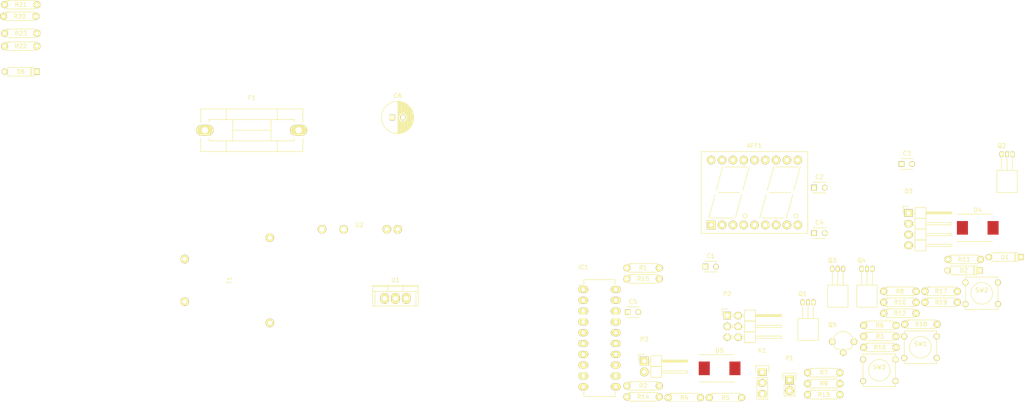
<source format=kicad_pcb>
(kicad_pcb (version 4) (host pcbnew 4.0.0-rc1-stable)

  (general
    (links 110)
    (no_connects 110)
    (area 0 0 0 0)
    (thickness 1.6)
    (drawings 0)
    (tracks 0)
    (zones 0)
    (modules 53)
    (nets 45)
  )

  (page A4)
  (layers
    (0 F.Cu signal)
    (31 B.Cu signal)
    (32 B.Adhes user)
    (33 F.Adhes user)
    (34 B.Paste user)
    (35 F.Paste user)
    (36 B.SilkS user)
    (37 F.SilkS user)
    (38 B.Mask user)
    (39 F.Mask user)
    (40 Dwgs.User user)
    (41 Cmts.User user)
    (42 Eco1.User user)
    (43 Eco2.User user)
    (44 Edge.Cuts user)
    (45 Margin user)
    (46 B.CrtYd user)
    (47 F.CrtYd user)
    (48 B.Fab user)
    (49 F.Fab user)
  )

  (setup
    (last_trace_width 0.25)
    (trace_clearance 0.2)
    (zone_clearance 0.508)
    (zone_45_only no)
    (trace_min 0.2)
    (segment_width 0.2)
    (edge_width 0.1)
    (via_size 0.6)
    (via_drill 0.4)
    (via_min_size 0.4)
    (via_min_drill 0.3)
    (uvia_size 0.3)
    (uvia_drill 0.1)
    (uvias_allowed no)
    (uvia_min_size 0.2)
    (uvia_min_drill 0.1)
    (pcb_text_width 0.3)
    (pcb_text_size 1.5 1.5)
    (mod_edge_width 0.15)
    (mod_text_size 1 1)
    (mod_text_width 0.15)
    (pad_size 1.5 1.5)
    (pad_drill 0.6)
    (pad_to_mask_clearance 0)
    (aux_axis_origin 0 0)
    (visible_elements 7FFFFFFF)
    (pcbplotparams
      (layerselection 0x00030_80000001)
      (usegerberextensions false)
      (excludeedgelayer true)
      (linewidth 0.100000)
      (plotframeref false)
      (viasonmask false)
      (mode 1)
      (useauxorigin false)
      (hpglpennumber 1)
      (hpglpenspeed 20)
      (hpglpendiameter 15)
      (hpglpenoverlay 2)
      (psnegative false)
      (psa4output false)
      (plotreference true)
      (plotvalue true)
      (plotinvisibletext false)
      (padsonsilk false)
      (subtractmaskfromsilk false)
      (outputformat 1)
      (mirror false)
      (drillshape 1)
      (scaleselection 1)
      (outputdirectory ""))
  )

  (net 0 "")
  (net 1 /LED7_E)
  (net 2 /LED7_D)
  (net 3 /LED7_C)
  (net 4 /LED7_DP)
  (net 5 /LED7_B)
  (net 6 /LED_7A)
  (net 7 /LED7_G)
  (net 8 /LED7_F)
  (net 9 "Net-(AFF1-Pad14)")
  (net 10 "Net-(AFF1-Pad13)")
  (net 11 GND)
  (net 12 "Net-(C2-Pad1)")
  (net 13 +5V)
  (net 14 /BUT1)
  (net 15 /BUT2)
  (net 16 "Net-(D1-Pad1)")
  (net 17 "Net-(D1-Pad2)")
  (net 18 "Net-(D2-Pad1)")
  (net 19 "Net-(D2-Pad2)")
  (net 20 "Net-(D4-Pad1)")
  (net 21 "Net-(D5-Pad2)")
  (net 22 /ANOD1)
  (net 23 /ANOD2)
  (net 24 /DS18)
  (net 25 /LED1)
  (net 26 /LED2)
  (net 27 "Net-(IC1-Pad12)")
  (net 28 "Net-(IC1-Pad13)")
  (net 29 "Net-(IC1-Pad14)")
  (net 30 "Net-(IC1-Pad15)")
  (net 31 "Net-(IC1-Pad16)")
  (net 32 /AC_N)
  (net 33 /AC_L1)
  (net 34 /AC_L1_OUT)
  (net 35 "Net-(Q5-Pad2)")
  (net 36 /~RESET)
  (net 37 "Net-(F1-Pad2)")
  (net 38 /MOSI)
  (net 39 /MISO)
  (net 40 /SCK)
  (net 41 "Net-(P2-Pad1)")
  (net 42 "Net-(P2-Pad3)")
  (net 43 "Net-(P2-Pad4)")
  (net 44 "Net-(P2-Pad5)")

  (net_class Default "This is the default net class."
    (clearance 0.2)
    (trace_width 0.25)
    (via_dia 0.6)
    (via_drill 0.4)
    (uvia_dia 0.3)
    (uvia_drill 0.1)
    (add_net +5V)
    (add_net /AC_L1)
    (add_net /AC_L1_OUT)
    (add_net /AC_N)
    (add_net /ANOD1)
    (add_net /ANOD2)
    (add_net /BUT1)
    (add_net /BUT2)
    (add_net /DS18)
    (add_net /LED1)
    (add_net /LED2)
    (add_net /LED7_B)
    (add_net /LED7_C)
    (add_net /LED7_D)
    (add_net /LED7_DP)
    (add_net /LED7_E)
    (add_net /LED7_F)
    (add_net /LED7_G)
    (add_net /LED_7A)
    (add_net /MISO)
    (add_net /MOSI)
    (add_net /SCK)
    (add_net /~RESET)
    (add_net GND)
    (add_net "Net-(AFF1-Pad13)")
    (add_net "Net-(AFF1-Pad14)")
    (add_net "Net-(C2-Pad1)")
    (add_net "Net-(D1-Pad1)")
    (add_net "Net-(D1-Pad2)")
    (add_net "Net-(D2-Pad1)")
    (add_net "Net-(D2-Pad2)")
    (add_net "Net-(D4-Pad1)")
    (add_net "Net-(D5-Pad2)")
    (add_net "Net-(F1-Pad2)")
    (add_net "Net-(IC1-Pad12)")
    (add_net "Net-(IC1-Pad13)")
    (add_net "Net-(IC1-Pad14)")
    (add_net "Net-(IC1-Pad15)")
    (add_net "Net-(IC1-Pad16)")
    (add_net "Net-(P2-Pad1)")
    (add_net "Net-(P2-Pad3)")
    (add_net "Net-(P2-Pad4)")
    (add_net "Net-(P2-Pad5)")
    (add_net "Net-(Q5-Pad2)")
  )

  (module Displays_7-Segment:DA56 (layer F.Cu) (tedit 5470F06C) (tstamp 561ADA8B)
    (at 172.325001 37.375)
    (descr "2x7-segments, 14 mm, Kingbright DA56 displays")
    (tags "7-segments display")
    (path /561C2A60)
    (fp_text reference AFF1 (at 0 -11) (layer F.SilkS)
      (effects (font (size 1 1) (thickness 0.15)))
    )
    (fp_text value FYD-5621FE (at 0 11) (layer F.Fab)
      (effects (font (size 1 1) (thickness 0.15)))
    )
    (fp_circle (center 9.75 5.5) (end 9.75 6) (layer F.SilkS) (width 0.15))
    (fp_circle (center -2.25 5.5) (end -2.25 6) (layer F.SilkS) (width 0.15))
    (fp_line (start -7 -6) (end -1.75 -6) (layer F.SilkS) (width 0.15))
    (fp_line (start -10.75 6) (end -9.25 0.5) (layer F.SilkS) (width 0.15))
    (fp_line (start -12.5 9.6) (end -12.5 -9.6) (layer F.SilkS) (width 0.15))
    (fp_line (start 12.5 9.6) (end -12.5 9.6) (layer F.SilkS) (width 0.15))
    (fp_line (start 12.5 -9.6) (end 12.5 9.6) (layer F.SilkS) (width 0.15))
    (fp_line (start -12.5 -9.6) (end 12.5 -9.6) (layer F.SilkS) (width 0.15))
    (fp_line (start -9 -0.5) (end -7.5 -6) (layer F.SilkS) (width 0.15))
    (fp_line (start -4.5 6) (end -3 0.5) (layer F.SilkS) (width 0.15))
    (fp_line (start -2.75 -0.5) (end -1.25 -6) (layer F.SilkS) (width 0.15))
    (fp_line (start -10.25 6) (end -5 6) (layer F.SilkS) (width 0.15))
    (fp_line (start -8.5 0) (end -3.5 0) (layer F.SilkS) (width 0.15))
    (fp_line (start 9.25 -0.5) (end 10.75 -6) (layer F.SilkS) (width 0.15))
    (fp_line (start 5 -6) (end 10.25 -6) (layer F.SilkS) (width 0.15))
    (fp_line (start 3 -0.5) (end 4.5 -6) (layer F.SilkS) (width 0.15))
    (fp_line (start 3.5 0) (end 8.5 0) (layer F.SilkS) (width 0.15))
    (fp_line (start 1.75 6) (end 7 6) (layer F.SilkS) (width 0.15))
    (fp_line (start 1.25 6) (end 2.75 0.5) (layer F.SilkS) (width 0.15))
    (fp_line (start 7.5 6) (end 9 0.5) (layer F.SilkS) (width 0.15))
    (pad 1 thru_hole rect (at -10.16 7.62) (size 2.032 2.032) (drill 0.9144) (layers *.Cu *.Mask F.SilkS)
      (net 1 /LED7_E))
    (pad 2 thru_hole circle (at -7.62 7.62) (size 2 2) (drill 1) (layers *.Cu *.Mask F.SilkS)
      (net 2 /LED7_D))
    (pad 3 thru_hole circle (at -5.08 7.62) (size 2 2) (drill 1) (layers *.Cu *.Mask F.SilkS)
      (net 3 /LED7_C))
    (pad 4 thru_hole circle (at -2.54 7.62) (size 2 2) (drill 1) (layers *.Cu *.Mask F.SilkS)
      (net 4 /LED7_DP))
    (pad 15 thru_hole circle (at -2.54 -7.62) (size 2 2) (drill 1) (layers *.Cu *.Mask F.SilkS)
      (net 5 /LED7_B))
    (pad 16 thru_hole circle (at -5.08 -7.62) (size 2 2) (drill 1) (layers *.Cu *.Mask F.SilkS)
      (net 6 /LED_7A))
    (pad 17 thru_hole circle (at -7.62 -7.62) (size 2 2) (drill 1) (layers *.Cu *.Mask F.SilkS)
      (net 7 /LED7_G))
    (pad 18 thru_hole circle (at -10.16 -7.62) (size 2 2) (drill 1) (layers *.Cu *.Mask F.SilkS)
      (net 8 /LED7_F))
    (pad 5 thru_hole circle (at 0 7.62) (size 2 2) (drill 1) (layers *.Cu *.Mask F.SilkS)
      (net 1 /LED7_E))
    (pad 6 thru_hole circle (at 2.54 7.62) (size 2 2) (drill 1) (layers *.Cu *.Mask F.SilkS)
      (net 2 /LED7_D))
    (pad 7 thru_hole circle (at 5.08 7.62) (size 2 2) (drill 1) (layers *.Cu *.Mask F.SilkS)
      (net 7 /LED7_G))
    (pad 8 thru_hole circle (at 7.62 7.62) (size 2 2) (drill 1) (layers *.Cu *.Mask F.SilkS)
      (net 3 /LED7_C))
    (pad 14 thru_hole circle (at 0 -7.62) (size 2 2) (drill 1) (layers *.Cu *.Mask F.SilkS)
      (net 9 "Net-(AFF1-Pad14)"))
    (pad 13 thru_hole circle (at 2.54 -7.62) (size 2 2) (drill 1) (layers *.Cu *.Mask F.SilkS)
      (net 10 "Net-(AFF1-Pad13)"))
    (pad 12 thru_hole circle (at 5.08 -7.62) (size 2 2) (drill 1) (layers *.Cu *.Mask F.SilkS)
      (net 8 /LED7_F))
    (pad 11 thru_hole circle (at 7.62 -7.62) (size 2 2) (drill 1) (layers *.Cu *.Mask F.SilkS)
      (net 6 /LED_7A))
    (pad 9 thru_hole circle (at 10.16 7.62) (size 2 2) (drill 1) (layers *.Cu *.Mask F.SilkS)
      (net 4 /LED7_DP))
    (pad 10 thru_hole circle (at 10.16 -7.62) (size 2 2) (drill 1) (layers *.Cu *.Mask F.SilkS)
      (net 5 /LED7_B))
  )

  (module Discret:D3 (layer F.Cu) (tedit 0) (tstamp 561ADAAF)
    (at 231.1385 52.541001)
    (descr "Diode 3 pas")
    (tags "DIODE DEV")
    (path /55867B7E)
    (fp_text reference D1 (at 0 0) (layer F.SilkS)
      (effects (font (size 1 1) (thickness 0.15)))
    )
    (fp_text value LED (at 0 0) (layer F.Fab)
      (effects (font (size 1 1) (thickness 0.15)))
    )
    (fp_line (start 3.81 0) (end 3.048 0) (layer F.SilkS) (width 0.15))
    (fp_line (start 3.048 0) (end 3.048 -1.016) (layer F.SilkS) (width 0.15))
    (fp_line (start 3.048 -1.016) (end -3.048 -1.016) (layer F.SilkS) (width 0.15))
    (fp_line (start -3.048 -1.016) (end -3.048 0) (layer F.SilkS) (width 0.15))
    (fp_line (start -3.048 0) (end -3.81 0) (layer F.SilkS) (width 0.15))
    (fp_line (start -3.048 0) (end -3.048 1.016) (layer F.SilkS) (width 0.15))
    (fp_line (start -3.048 1.016) (end 3.048 1.016) (layer F.SilkS) (width 0.15))
    (fp_line (start 3.048 1.016) (end 3.048 0) (layer F.SilkS) (width 0.15))
    (fp_line (start 2.54 -1.016) (end 2.54 1.016) (layer F.SilkS) (width 0.15))
    (fp_line (start 2.286 1.016) (end 2.286 -1.016) (layer F.SilkS) (width 0.15))
    (pad 1 thru_hole rect (at 3.81 0) (size 1.397 1.397) (drill 0.8128) (layers *.Cu *.Mask F.SilkS)
      (net 16 "Net-(D1-Pad1)"))
    (pad 2 thru_hole circle (at -3.81 0) (size 1.397 1.397) (drill 0.8128) (layers *.Cu *.Mask F.SilkS)
      (net 17 "Net-(D1-Pad2)"))
    (model Discret.3dshapes/D3.wrl
      (at (xyz 0 0 0))
      (scale (xyz 0.3 0.3 0.3))
      (rotate (xyz 0 0 0))
    )
  )

  (module Discret:D3 (layer F.Cu) (tedit 0) (tstamp 561ADAB5)
    (at 221.4685 55.671001)
    (descr "Diode 3 pas")
    (tags "DIODE DEV")
    (path /55867CA6)
    (fp_text reference D2 (at 0 0) (layer F.SilkS)
      (effects (font (size 1 1) (thickness 0.15)))
    )
    (fp_text value LED (at 0 0) (layer F.Fab)
      (effects (font (size 1 1) (thickness 0.15)))
    )
    (fp_line (start 3.81 0) (end 3.048 0) (layer F.SilkS) (width 0.15))
    (fp_line (start 3.048 0) (end 3.048 -1.016) (layer F.SilkS) (width 0.15))
    (fp_line (start 3.048 -1.016) (end -3.048 -1.016) (layer F.SilkS) (width 0.15))
    (fp_line (start -3.048 -1.016) (end -3.048 0) (layer F.SilkS) (width 0.15))
    (fp_line (start -3.048 0) (end -3.81 0) (layer F.SilkS) (width 0.15))
    (fp_line (start -3.048 0) (end -3.048 1.016) (layer F.SilkS) (width 0.15))
    (fp_line (start -3.048 1.016) (end 3.048 1.016) (layer F.SilkS) (width 0.15))
    (fp_line (start 3.048 1.016) (end 3.048 0) (layer F.SilkS) (width 0.15))
    (fp_line (start 2.54 -1.016) (end 2.54 1.016) (layer F.SilkS) (width 0.15))
    (fp_line (start 2.286 1.016) (end 2.286 -1.016) (layer F.SilkS) (width 0.15))
    (pad 1 thru_hole rect (at 3.81 0) (size 1.397 1.397) (drill 0.8128) (layers *.Cu *.Mask F.SilkS)
      (net 18 "Net-(D2-Pad1)"))
    (pad 2 thru_hole circle (at -3.81 0) (size 1.397 1.397) (drill 0.8128) (layers *.Cu *.Mask F.SilkS)
      (net 19 "Net-(D2-Pad2)"))
    (model Discret.3dshapes/D3.wrl
      (at (xyz 0 0 0))
      (scale (xyz 0.3 0.3 0.3))
      (rotate (xyz 0 0 0))
    )
  )

  (module Pin_Headers:Pin_Header_Angled_1x04 (layer F.Cu) (tedit 0) (tstamp 561ADABD)
    (at 208.515476 42.175)
    (descr "Through hole pin header")
    (tags "pin header")
    (path /55867DE6)
    (fp_text reference D3 (at 0 -5.1) (layer F.SilkS)
      (effects (font (size 1 1) (thickness 0.15)))
    )
    (fp_text value BRIDGE (at 0 -3.1) (layer F.Fab)
      (effects (font (size 1 1) (thickness 0.15)))
    )
    (fp_line (start -1.5 -1.75) (end -1.5 9.4) (layer F.CrtYd) (width 0.05))
    (fp_line (start 10.65 -1.75) (end 10.65 9.4) (layer F.CrtYd) (width 0.05))
    (fp_line (start -1.5 -1.75) (end 10.65 -1.75) (layer F.CrtYd) (width 0.05))
    (fp_line (start -1.5 9.4) (end 10.65 9.4) (layer F.CrtYd) (width 0.05))
    (fp_line (start -1.3 -1.55) (end -1.3 0) (layer F.SilkS) (width 0.15))
    (fp_line (start 0 -1.55) (end -1.3 -1.55) (layer F.SilkS) (width 0.15))
    (fp_line (start 4.191 -0.127) (end 10.033 -0.127) (layer F.SilkS) (width 0.15))
    (fp_line (start 10.033 -0.127) (end 10.033 0.127) (layer F.SilkS) (width 0.15))
    (fp_line (start 10.033 0.127) (end 4.191 0.127) (layer F.SilkS) (width 0.15))
    (fp_line (start 4.191 0.127) (end 4.191 0) (layer F.SilkS) (width 0.15))
    (fp_line (start 4.191 0) (end 10.033 0) (layer F.SilkS) (width 0.15))
    (fp_line (start 1.524 -0.254) (end 1.143 -0.254) (layer F.SilkS) (width 0.15))
    (fp_line (start 1.524 0.254) (end 1.143 0.254) (layer F.SilkS) (width 0.15))
    (fp_line (start 1.524 2.286) (end 1.143 2.286) (layer F.SilkS) (width 0.15))
    (fp_line (start 1.524 2.794) (end 1.143 2.794) (layer F.SilkS) (width 0.15))
    (fp_line (start 1.524 4.826) (end 1.143 4.826) (layer F.SilkS) (width 0.15))
    (fp_line (start 1.524 5.334) (end 1.143 5.334) (layer F.SilkS) (width 0.15))
    (fp_line (start 1.524 7.874) (end 1.143 7.874) (layer F.SilkS) (width 0.15))
    (fp_line (start 1.524 7.366) (end 1.143 7.366) (layer F.SilkS) (width 0.15))
    (fp_line (start 1.524 -1.27) (end 4.064 -1.27) (layer F.SilkS) (width 0.15))
    (fp_line (start 1.524 1.27) (end 4.064 1.27) (layer F.SilkS) (width 0.15))
    (fp_line (start 1.524 1.27) (end 1.524 3.81) (layer F.SilkS) (width 0.15))
    (fp_line (start 1.524 3.81) (end 4.064 3.81) (layer F.SilkS) (width 0.15))
    (fp_line (start 4.064 2.286) (end 10.16 2.286) (layer F.SilkS) (width 0.15))
    (fp_line (start 10.16 2.286) (end 10.16 2.794) (layer F.SilkS) (width 0.15))
    (fp_line (start 10.16 2.794) (end 4.064 2.794) (layer F.SilkS) (width 0.15))
    (fp_line (start 4.064 3.81) (end 4.064 1.27) (layer F.SilkS) (width 0.15))
    (fp_line (start 4.064 1.27) (end 4.064 -1.27) (layer F.SilkS) (width 0.15))
    (fp_line (start 10.16 0.254) (end 4.064 0.254) (layer F.SilkS) (width 0.15))
    (fp_line (start 10.16 -0.254) (end 10.16 0.254) (layer F.SilkS) (width 0.15))
    (fp_line (start 4.064 -0.254) (end 10.16 -0.254) (layer F.SilkS) (width 0.15))
    (fp_line (start 1.524 1.27) (end 4.064 1.27) (layer F.SilkS) (width 0.15))
    (fp_line (start 1.524 -1.27) (end 1.524 1.27) (layer F.SilkS) (width 0.15))
    (fp_line (start 1.524 6.35) (end 4.064 6.35) (layer F.SilkS) (width 0.15))
    (fp_line (start 1.524 6.35) (end 1.524 8.89) (layer F.SilkS) (width 0.15))
    (fp_line (start 1.524 8.89) (end 4.064 8.89) (layer F.SilkS) (width 0.15))
    (fp_line (start 4.064 7.366) (end 10.16 7.366) (layer F.SilkS) (width 0.15))
    (fp_line (start 10.16 7.366) (end 10.16 7.874) (layer F.SilkS) (width 0.15))
    (fp_line (start 10.16 7.874) (end 4.064 7.874) (layer F.SilkS) (width 0.15))
    (fp_line (start 4.064 8.89) (end 4.064 6.35) (layer F.SilkS) (width 0.15))
    (fp_line (start 4.064 6.35) (end 4.064 3.81) (layer F.SilkS) (width 0.15))
    (fp_line (start 10.16 5.334) (end 4.064 5.334) (layer F.SilkS) (width 0.15))
    (fp_line (start 10.16 4.826) (end 10.16 5.334) (layer F.SilkS) (width 0.15))
    (fp_line (start 4.064 4.826) (end 10.16 4.826) (layer F.SilkS) (width 0.15))
    (fp_line (start 1.524 6.35) (end 4.064 6.35) (layer F.SilkS) (width 0.15))
    (fp_line (start 1.524 3.81) (end 1.524 6.35) (layer F.SilkS) (width 0.15))
    (fp_line (start 1.524 3.81) (end 4.064 3.81) (layer F.SilkS) (width 0.15))
    (pad 1 thru_hole rect (at 0 0) (size 2.032 1.7272) (drill 1.016) (layers *.Cu *.Mask F.SilkS)
      (net 11 GND))
    (pad 2 thru_hole oval (at 0 2.54) (size 2.032 1.7272) (drill 1.016) (layers *.Cu *.Mask F.SilkS))
    (pad 3 thru_hole oval (at 0 5.08) (size 2.032 1.7272) (drill 1.016) (layers *.Cu *.Mask F.SilkS)
      (net 12 "Net-(C2-Pad1)"))
    (pad 4 thru_hole oval (at 0 7.62) (size 2.032 1.7272) (drill 1.016) (layers *.Cu *.Mask F.SilkS))
    (model Pin_Headers.3dshapes/Pin_Header_Angled_1x04.wrl
      (at (xyz 0 -0.15 0))
      (scale (xyz 1 1 1))
      (rotate (xyz 0 0 90))
    )
  )

  (module Diodes_SMD:DO-214AB (layer F.Cu) (tedit 55429DAE) (tstamp 561ADAC3)
    (at 224.765001 45.675)
    (descr "Jedec DO-214AB diode package. Designed according to Fairchild SS32 datasheet.")
    (tags "DO-214AB diode")
    (path /561AD010)
    (attr smd)
    (fp_text reference D4 (at 0 -4.2) (layer F.SilkS)
      (effects (font (size 1 1) (thickness 0.15)))
    )
    (fp_text value Led_Small (at 0 4.6) (layer F.Fab)
      (effects (font (size 1 1) (thickness 0.15)))
    )
    (fp_line (start -5.15 -3.45) (end 5.15 -3.45) (layer F.CrtYd) (width 0.05))
    (fp_line (start 5.15 -3.45) (end 5.15 3.45) (layer F.CrtYd) (width 0.05))
    (fp_line (start 5.15 3.45) (end -5.15 3.45) (layer F.CrtYd) (width 0.05))
    (fp_line (start -5.15 3.45) (end -5.15 -3.45) (layer F.CrtYd) (width 0.05))
    (fp_line (start 3.5 3.2) (end -4.8 3.2) (layer F.SilkS) (width 0.15))
    (fp_line (start -4.8 -3.2) (end 3.5 -3.2) (layer F.SilkS) (width 0.15))
    (pad 2 smd rect (at 3.6 0) (size 2.6 3.2) (layers F.Cu F.Paste F.Mask)
      (net 13 +5V))
    (pad 1 smd rect (at -3.6 0) (size 2.6 3.2) (layers F.Cu F.Paste F.Mask)
      (net 20 "Net-(D4-Pad1)"))
    (model Diodes_SMD.3dshapes/DO-214AB.wrl
      (at (xyz 0 0 0))
      (scale (xyz 0.39 0.39 0.39))
      (rotate (xyz 0 0 180))
    )
  )

  (module Diodes_SMD:DO-214AB (layer F.Cu) (tedit 55429DAE) (tstamp 561ADAC9)
    (at 164.13262 78.675)
    (descr "Jedec DO-214AB diode package. Designed according to Fairchild SS32 datasheet.")
    (tags "DO-214AB diode")
    (path /561AA484)
    (attr smd)
    (fp_text reference D5 (at 0 -4.2) (layer F.SilkS)
      (effects (font (size 1 1) (thickness 0.15)))
    )
    (fp_text value D_Schottky_Small (at 0 4.6) (layer F.Fab)
      (effects (font (size 1 1) (thickness 0.15)))
    )
    (fp_line (start -5.15 -3.45) (end 5.15 -3.45) (layer F.CrtYd) (width 0.05))
    (fp_line (start 5.15 -3.45) (end 5.15 3.45) (layer F.CrtYd) (width 0.05))
    (fp_line (start 5.15 3.45) (end -5.15 3.45) (layer F.CrtYd) (width 0.05))
    (fp_line (start -5.15 3.45) (end -5.15 -3.45) (layer F.CrtYd) (width 0.05))
    (fp_line (start 3.5 3.2) (end -4.8 3.2) (layer F.SilkS) (width 0.15))
    (fp_line (start -4.8 -3.2) (end 3.5 -3.2) (layer F.SilkS) (width 0.15))
    (pad 2 smd rect (at 3.6 0) (size 2.6 3.2) (layers F.Cu F.Paste F.Mask)
      (net 21 "Net-(D5-Pad2)"))
    (pad 1 smd rect (at -3.6 0) (size 2.6 3.2) (layers F.Cu F.Paste F.Mask)
      (net 13 +5V))
    (model Diodes_SMD.3dshapes/DO-214AB.wrl
      (at (xyz 0 0 0))
      (scale (xyz 0.39 0.39 0.39))
      (rotate (xyz 0 0 180))
    )
  )

  (module Housings_DIP:DIP-20_W7.62mm_LongPads (layer F.Cu) (tedit 54130A77) (tstamp 561ADAE1)
    (at 132.108333 60.145)
    (descr "20-lead dip package, row spacing 7.62 mm (300 mils), longer pads")
    (tags "dil dip 2.54 300")
    (path /558679DE)
    (fp_text reference IC1 (at 0 -5.22) (layer F.SilkS)
      (effects (font (size 1 1) (thickness 0.15)))
    )
    (fp_text value ATTINY2313A-P (at 0 -3.72) (layer F.Fab)
      (effects (font (size 1 1) (thickness 0.15)))
    )
    (fp_line (start -1.4 -2.45) (end -1.4 25.35) (layer F.CrtYd) (width 0.05))
    (fp_line (start 9 -2.45) (end 9 25.35) (layer F.CrtYd) (width 0.05))
    (fp_line (start -1.4 -2.45) (end 9 -2.45) (layer F.CrtYd) (width 0.05))
    (fp_line (start -1.4 25.35) (end 9 25.35) (layer F.CrtYd) (width 0.05))
    (fp_line (start 0.135 -2.295) (end 0.135 -1.025) (layer F.SilkS) (width 0.15))
    (fp_line (start 7.485 -2.295) (end 7.485 -1.025) (layer F.SilkS) (width 0.15))
    (fp_line (start 7.485 25.155) (end 7.485 23.885) (layer F.SilkS) (width 0.15))
    (fp_line (start 0.135 25.155) (end 0.135 23.885) (layer F.SilkS) (width 0.15))
    (fp_line (start 0.135 -2.295) (end 7.485 -2.295) (layer F.SilkS) (width 0.15))
    (fp_line (start 0.135 25.155) (end 7.485 25.155) (layer F.SilkS) (width 0.15))
    (fp_line (start 0.135 -1.025) (end -1.15 -1.025) (layer F.SilkS) (width 0.15))
    (pad 1 thru_hole oval (at 0 0) (size 2.3 1.6) (drill 0.8) (layers *.Cu *.Mask F.SilkS)
      (net 36 /~RESET))
    (pad 2 thru_hole oval (at 0 2.54) (size 2.3 1.6) (drill 0.8) (layers *.Cu *.Mask F.SilkS)
      (net 14 /BUT1))
    (pad 3 thru_hole oval (at 0 5.08) (size 2.3 1.6) (drill 0.8) (layers *.Cu *.Mask F.SilkS)
      (net 15 /BUT2))
    (pad 4 thru_hole oval (at 0 7.62) (size 2.3 1.6) (drill 0.8) (layers *.Cu *.Mask F.SilkS)
      (net 25 /LED1))
    (pad 5 thru_hole oval (at 0 10.16) (size 2.3 1.6) (drill 0.8) (layers *.Cu *.Mask F.SilkS)
      (net 26 /LED2))
    (pad 6 thru_hole oval (at 0 12.7) (size 2.3 1.6) (drill 0.8) (layers *.Cu *.Mask F.SilkS))
    (pad 7 thru_hole oval (at 0 15.24) (size 2.3 1.6) (drill 0.8) (layers *.Cu *.Mask F.SilkS)
      (net 22 /ANOD1))
    (pad 8 thru_hole oval (at 0 17.78) (size 2.3 1.6) (drill 0.8) (layers *.Cu *.Mask F.SilkS)
      (net 23 /ANOD2))
    (pad 9 thru_hole oval (at 0 20.32) (size 2.3 1.6) (drill 0.8) (layers *.Cu *.Mask F.SilkS)
      (net 24 /DS18))
    (pad 10 thru_hole oval (at 0 22.86) (size 2.3 1.6) (drill 0.8) (layers *.Cu *.Mask F.SilkS)
      (net 11 GND))
    (pad 11 thru_hole oval (at 7.62 22.86) (size 2.3 1.6) (drill 0.8) (layers *.Cu *.Mask F.SilkS))
    (pad 12 thru_hole oval (at 7.62 20.32) (size 2.3 1.6) (drill 0.8) (layers *.Cu *.Mask F.SilkS)
      (net 27 "Net-(IC1-Pad12)"))
    (pad 13 thru_hole oval (at 7.62 17.78) (size 2.3 1.6) (drill 0.8) (layers *.Cu *.Mask F.SilkS)
      (net 28 "Net-(IC1-Pad13)"))
    (pad 14 thru_hole oval (at 7.62 15.24) (size 2.3 1.6) (drill 0.8) (layers *.Cu *.Mask F.SilkS)
      (net 29 "Net-(IC1-Pad14)"))
    (pad 15 thru_hole oval (at 7.62 12.7) (size 2.3 1.6) (drill 0.8) (layers *.Cu *.Mask F.SilkS)
      (net 30 "Net-(IC1-Pad15)"))
    (pad 16 thru_hole oval (at 7.62 10.16) (size 2.3 1.6) (drill 0.8) (layers *.Cu *.Mask F.SilkS)
      (net 31 "Net-(IC1-Pad16)"))
    (pad 17 thru_hole oval (at 7.62 7.62) (size 2.3 1.6) (drill 0.8) (layers *.Cu *.Mask F.SilkS)
      (net 38 /MOSI))
    (pad 18 thru_hole oval (at 7.62 5.08) (size 2.3 1.6) (drill 0.8) (layers *.Cu *.Mask F.SilkS)
      (net 39 /MISO))
    (pad 19 thru_hole oval (at 7.62 2.54) (size 2.3 1.6) (drill 0.8) (layers *.Cu *.Mask F.SilkS)
      (net 40 /SCK))
    (pad 20 thru_hole oval (at 7.62 0) (size 2.3 1.6) (drill 0.8) (layers *.Cu *.Mask F.SilkS)
      (net 13 +5V))
    (model Housings_DIP.3dshapes/DIP-20_W7.62mm_LongPads.wrl
      (at (xyz 0 0 0))
      (scale (xyz 1 1 1))
      (rotate (xyz 0 0 0))
    )
  )

  (module Pin_Headers:Pin_Header_Straight_1x03 (layer F.Cu) (tedit 0) (tstamp 561ADAE8)
    (at 174.153571 79.575)
    (descr "Through hole pin header")
    (tags "pin header")
    (path /561979AA)
    (fp_text reference K1 (at 0 -5.1) (layer F.SilkS)
      (effects (font (size 1 1) (thickness 0.15)))
    )
    (fp_text value CONN_3 (at 0 -3.1) (layer F.Fab)
      (effects (font (size 1 1) (thickness 0.15)))
    )
    (fp_line (start -1.75 -1.75) (end -1.75 6.85) (layer F.CrtYd) (width 0.05))
    (fp_line (start 1.75 -1.75) (end 1.75 6.85) (layer F.CrtYd) (width 0.05))
    (fp_line (start -1.75 -1.75) (end 1.75 -1.75) (layer F.CrtYd) (width 0.05))
    (fp_line (start -1.75 6.85) (end 1.75 6.85) (layer F.CrtYd) (width 0.05))
    (fp_line (start -1.27 1.27) (end -1.27 6.35) (layer F.SilkS) (width 0.15))
    (fp_line (start -1.27 6.35) (end 1.27 6.35) (layer F.SilkS) (width 0.15))
    (fp_line (start 1.27 6.35) (end 1.27 1.27) (layer F.SilkS) (width 0.15))
    (fp_line (start 1.55 -1.55) (end 1.55 0) (layer F.SilkS) (width 0.15))
    (fp_line (start 1.27 1.27) (end -1.27 1.27) (layer F.SilkS) (width 0.15))
    (fp_line (start -1.55 0) (end -1.55 -1.55) (layer F.SilkS) (width 0.15))
    (fp_line (start -1.55 -1.55) (end 1.55 -1.55) (layer F.SilkS) (width 0.15))
    (pad 1 thru_hole rect (at 0 0) (size 2.032 1.7272) (drill 1.016) (layers *.Cu *.Mask F.SilkS)
      (net 13 +5V))
    (pad 2 thru_hole oval (at 0 2.54) (size 2.032 1.7272) (drill 1.016) (layers *.Cu *.Mask F.SilkS)
      (net 24 /DS18))
    (pad 3 thru_hole oval (at 0 5.08) (size 2.032 1.7272) (drill 1.016) (layers *.Cu *.Mask F.SilkS)
      (net 11 GND))
    (model Pin_Headers.3dshapes/Pin_Header_Straight_1x03.wrl
      (at (xyz 0 -0.1 0))
      (scale (xyz 1 1 1))
      (rotate (xyz 0 0 90))
    )
  )

  (module Pin_Headers:Pin_Header_Straight_1x02 (layer F.Cu) (tedit 54EA090C) (tstamp 561ADAEE)
    (at 180.553571 81.375)
    (descr "Through hole pin header")
    (tags "pin header")
    (path /55867E56)
    (fp_text reference P1 (at 0 -5.1) (layer F.SilkS)
      (effects (font (size 1 1) (thickness 0.15)))
    )
    (fp_text value CONN_2 (at 0 -3.1) (layer F.Fab)
      (effects (font (size 1 1) (thickness 0.15)))
    )
    (fp_line (start 1.27 1.27) (end 1.27 3.81) (layer F.SilkS) (width 0.15))
    (fp_line (start 1.55 -1.55) (end 1.55 0) (layer F.SilkS) (width 0.15))
    (fp_line (start -1.75 -1.75) (end -1.75 4.3) (layer F.CrtYd) (width 0.05))
    (fp_line (start 1.75 -1.75) (end 1.75 4.3) (layer F.CrtYd) (width 0.05))
    (fp_line (start -1.75 -1.75) (end 1.75 -1.75) (layer F.CrtYd) (width 0.05))
    (fp_line (start -1.75 4.3) (end 1.75 4.3) (layer F.CrtYd) (width 0.05))
    (fp_line (start 1.27 1.27) (end -1.27 1.27) (layer F.SilkS) (width 0.15))
    (fp_line (start -1.55 0) (end -1.55 -1.55) (layer F.SilkS) (width 0.15))
    (fp_line (start -1.55 -1.55) (end 1.55 -1.55) (layer F.SilkS) (width 0.15))
    (fp_line (start -1.27 1.27) (end -1.27 3.81) (layer F.SilkS) (width 0.15))
    (fp_line (start -1.27 3.81) (end 1.27 3.81) (layer F.SilkS) (width 0.15))
    (pad 1 thru_hole rect (at 0 0) (size 2.032 2.032) (drill 1.016) (layers *.Cu *.Mask F.SilkS)
      (net 32 /AC_N))
    (pad 2 thru_hole oval (at 0 2.54) (size 2.032 2.032) (drill 1.016) (layers *.Cu *.Mask F.SilkS)
      (net 33 /AC_L1))
    (model Pin_Headers.3dshapes/Pin_Header_Straight_1x02.wrl
      (at (xyz 0 -0.05 0))
      (scale (xyz 1 1 1))
      (rotate (xyz 0 0 90))
    )
  )

  (module Pin_Headers:Pin_Header_Angled_2x03 (layer F.Cu) (tedit 0) (tstamp 561ADAF8)
    (at 165.935952 66.275)
    (descr "Through hole pin header")
    (tags "pin header")
    (path /5619AF53)
    (fp_text reference P2 (at 0 -5.1) (layer F.SilkS)
      (effects (font (size 1 1) (thickness 0.15)))
    )
    (fp_text value CONN_3X2 (at 0 -3.1) (layer F.Fab)
      (effects (font (size 1 1) (thickness 0.15)))
    )
    (fp_line (start -1.35 -1.75) (end -1.35 6.85) (layer F.CrtYd) (width 0.05))
    (fp_line (start 13.2 -1.75) (end 13.2 6.85) (layer F.CrtYd) (width 0.05))
    (fp_line (start -1.35 -1.75) (end 13.2 -1.75) (layer F.CrtYd) (width 0.05))
    (fp_line (start -1.35 6.85) (end 13.2 6.85) (layer F.CrtYd) (width 0.05))
    (fp_line (start 1.524 5.334) (end 1.016 5.334) (layer F.SilkS) (width 0.15))
    (fp_line (start 1.524 4.826) (end 1.016 4.826) (layer F.SilkS) (width 0.15))
    (fp_line (start 1.524 2.794) (end 1.016 2.794) (layer F.SilkS) (width 0.15))
    (fp_line (start 1.524 2.286) (end 1.016 2.286) (layer F.SilkS) (width 0.15))
    (fp_line (start 1.524 0.254) (end 1.016 0.254) (layer F.SilkS) (width 0.15))
    (fp_line (start 1.524 -0.254) (end 1.016 -0.254) (layer F.SilkS) (width 0.15))
    (fp_line (start 4.064 2.286) (end 3.556 2.286) (layer F.SilkS) (width 0.15))
    (fp_line (start 4.064 2.794) (end 3.556 2.794) (layer F.SilkS) (width 0.15))
    (fp_line (start 4.064 4.826) (end 3.556 4.826) (layer F.SilkS) (width 0.15))
    (fp_line (start 4.064 5.334) (end 3.556 5.334) (layer F.SilkS) (width 0.15))
    (fp_line (start 4.064 -0.254) (end 3.556 -0.254) (layer F.SilkS) (width 0.15))
    (fp_line (start 4.064 0.254) (end 3.556 0.254) (layer F.SilkS) (width 0.15))
    (fp_line (start 0 -1.55) (end -1.15 -1.55) (layer F.SilkS) (width 0.15))
    (fp_line (start -1.15 -1.55) (end -1.15 0) (layer F.SilkS) (width 0.15))
    (fp_line (start 6.604 -0.127) (end 12.573 -0.127) (layer F.SilkS) (width 0.15))
    (fp_line (start 12.573 -0.127) (end 12.573 0.127) (layer F.SilkS) (width 0.15))
    (fp_line (start 12.573 0.127) (end 6.731 0.127) (layer F.SilkS) (width 0.15))
    (fp_line (start 6.731 0.127) (end 6.731 0) (layer F.SilkS) (width 0.15))
    (fp_line (start 6.731 0) (end 12.573 0) (layer F.SilkS) (width 0.15))
    (fp_line (start 4.064 1.27) (end 4.064 3.81) (layer F.SilkS) (width 0.15))
    (fp_line (start 4.064 3.81) (end 6.604 3.81) (layer F.SilkS) (width 0.15))
    (fp_line (start 6.604 2.286) (end 12.7 2.286) (layer F.SilkS) (width 0.15))
    (fp_line (start 12.7 2.286) (end 12.7 2.794) (layer F.SilkS) (width 0.15))
    (fp_line (start 12.7 2.794) (end 6.604 2.794) (layer F.SilkS) (width 0.15))
    (fp_line (start 6.604 3.81) (end 6.604 1.27) (layer F.SilkS) (width 0.15))
    (fp_line (start 4.064 6.35) (end 6.604 6.35) (layer F.SilkS) (width 0.15))
    (fp_line (start 6.604 6.35) (end 6.604 3.81) (layer F.SilkS) (width 0.15))
    (fp_line (start 12.7 5.334) (end 6.604 5.334) (layer F.SilkS) (width 0.15))
    (fp_line (start 12.7 4.826) (end 12.7 5.334) (layer F.SilkS) (width 0.15))
    (fp_line (start 6.604 4.826) (end 12.7 4.826) (layer F.SilkS) (width 0.15))
    (fp_line (start 4.064 6.35) (end 6.604 6.35) (layer F.SilkS) (width 0.15))
    (fp_line (start 4.064 3.81) (end 4.064 6.35) (layer F.SilkS) (width 0.15))
    (fp_line (start 4.064 3.81) (end 6.604 3.81) (layer F.SilkS) (width 0.15))
    (fp_line (start 4.064 1.27) (end 6.604 1.27) (layer F.SilkS) (width 0.15))
    (fp_line (start 6.604 1.27) (end 6.604 -1.27) (layer F.SilkS) (width 0.15))
    (fp_line (start 12.7 0.254) (end 6.604 0.254) (layer F.SilkS) (width 0.15))
    (fp_line (start 12.7 -0.254) (end 12.7 0.254) (layer F.SilkS) (width 0.15))
    (fp_line (start 6.604 -0.254) (end 12.7 -0.254) (layer F.SilkS) (width 0.15))
    (fp_line (start 4.064 1.27) (end 6.604 1.27) (layer F.SilkS) (width 0.15))
    (fp_line (start 4.064 -1.27) (end 4.064 1.27) (layer F.SilkS) (width 0.15))
    (fp_line (start 4.064 -1.27) (end 6.604 -1.27) (layer F.SilkS) (width 0.15))
    (pad 1 thru_hole rect (at 0 0) (size 1.7272 1.7272) (drill 1.016) (layers *.Cu *.Mask F.SilkS)
      (net 41 "Net-(P2-Pad1)"))
    (pad 2 thru_hole oval (at 2.54 0) (size 1.7272 1.7272) (drill 1.016) (layers *.Cu *.Mask F.SilkS)
      (net 13 +5V))
    (pad 3 thru_hole oval (at 0 2.54) (size 1.7272 1.7272) (drill 1.016) (layers *.Cu *.Mask F.SilkS)
      (net 42 "Net-(P2-Pad3)"))
    (pad 4 thru_hole oval (at 2.54 2.54) (size 1.7272 1.7272) (drill 1.016) (layers *.Cu *.Mask F.SilkS)
      (net 43 "Net-(P2-Pad4)"))
    (pad 5 thru_hole oval (at 0 5.08) (size 1.7272 1.7272) (drill 1.016) (layers *.Cu *.Mask F.SilkS)
      (net 44 "Net-(P2-Pad5)"))
    (pad 6 thru_hole oval (at 2.54 5.08) (size 1.7272 1.7272) (drill 1.016) (layers *.Cu *.Mask F.SilkS)
      (net 11 GND))
    (model Pin_Headers.3dshapes/Pin_Header_Angled_2x03.wrl
      (at (xyz 0.05 -0.1 0))
      (scale (xyz 1 1 1))
      (rotate (xyz 0 0 90))
    )
  )

  (module Pin_Headers:Pin_Header_Angled_1x02 (layer F.Cu) (tedit 0) (tstamp 561ADAFE)
    (at 146.438333 76.975)
    (descr "Through hole pin header")
    (tags "pin header")
    (path /561AF854)
    (fp_text reference P3 (at 0 -5.1) (layer F.SilkS)
      (effects (font (size 1 1) (thickness 0.15)))
    )
    (fp_text value CONN_01X02 (at 0 -3.1) (layer F.Fab)
      (effects (font (size 1 1) (thickness 0.15)))
    )
    (fp_line (start -1.5 -1.75) (end -1.5 4.3) (layer F.CrtYd) (width 0.05))
    (fp_line (start 10.65 -1.75) (end 10.65 4.3) (layer F.CrtYd) (width 0.05))
    (fp_line (start -1.5 -1.75) (end 10.65 -1.75) (layer F.CrtYd) (width 0.05))
    (fp_line (start -1.5 4.3) (end 10.65 4.3) (layer F.CrtYd) (width 0.05))
    (fp_line (start -1.3 -1.55) (end -1.3 0) (layer F.SilkS) (width 0.15))
    (fp_line (start 0 -1.55) (end -1.3 -1.55) (layer F.SilkS) (width 0.15))
    (fp_line (start 4.191 -0.127) (end 10.033 -0.127) (layer F.SilkS) (width 0.15))
    (fp_line (start 10.033 -0.127) (end 10.033 0.127) (layer F.SilkS) (width 0.15))
    (fp_line (start 10.033 0.127) (end 4.191 0.127) (layer F.SilkS) (width 0.15))
    (fp_line (start 4.191 0.127) (end 4.191 0) (layer F.SilkS) (width 0.15))
    (fp_line (start 4.191 0) (end 10.033 0) (layer F.SilkS) (width 0.15))
    (fp_line (start 1.524 -0.254) (end 1.143 -0.254) (layer F.SilkS) (width 0.15))
    (fp_line (start 1.524 0.254) (end 1.143 0.254) (layer F.SilkS) (width 0.15))
    (fp_line (start 1.524 2.286) (end 1.143 2.286) (layer F.SilkS) (width 0.15))
    (fp_line (start 1.524 2.794) (end 1.143 2.794) (layer F.SilkS) (width 0.15))
    (fp_line (start 1.524 -1.27) (end 4.064 -1.27) (layer F.SilkS) (width 0.15))
    (fp_line (start 1.524 1.27) (end 4.064 1.27) (layer F.SilkS) (width 0.15))
    (fp_line (start 1.524 1.27) (end 1.524 3.81) (layer F.SilkS) (width 0.15))
    (fp_line (start 1.524 3.81) (end 4.064 3.81) (layer F.SilkS) (width 0.15))
    (fp_line (start 4.064 2.286) (end 10.16 2.286) (layer F.SilkS) (width 0.15))
    (fp_line (start 10.16 2.286) (end 10.16 2.794) (layer F.SilkS) (width 0.15))
    (fp_line (start 10.16 2.794) (end 4.064 2.794) (layer F.SilkS) (width 0.15))
    (fp_line (start 4.064 3.81) (end 4.064 1.27) (layer F.SilkS) (width 0.15))
    (fp_line (start 4.064 1.27) (end 4.064 -1.27) (layer F.SilkS) (width 0.15))
    (fp_line (start 10.16 0.254) (end 4.064 0.254) (layer F.SilkS) (width 0.15))
    (fp_line (start 10.16 -0.254) (end 10.16 0.254) (layer F.SilkS) (width 0.15))
    (fp_line (start 4.064 -0.254) (end 10.16 -0.254) (layer F.SilkS) (width 0.15))
    (fp_line (start 1.524 1.27) (end 4.064 1.27) (layer F.SilkS) (width 0.15))
    (fp_line (start 1.524 -1.27) (end 1.524 1.27) (layer F.SilkS) (width 0.15))
    (pad 1 thru_hole rect (at 0 0) (size 2.032 2.032) (drill 1.016) (layers *.Cu *.Mask F.SilkS)
      (net 34 /AC_L1_OUT))
    (pad 2 thru_hole oval (at 0 2.54) (size 2.032 2.032) (drill 1.016) (layers *.Cu *.Mask F.SilkS)
      (net 32 /AC_N))
    (model Pin_Headers.3dshapes/Pin_Header_Angled_1x02.wrl
      (at (xyz 0 -0.05 0))
      (scale (xyz 1 1 1))
      (rotate (xyz 0 0 90))
    )
  )

  (module Housings_TO-92:TO-92_Horizontal1_Inline_Narrow_Oval (layer F.Cu) (tedit 54F2408C) (tstamp 561ADB05)
    (at 183.635 63.175)
    (descr "TO-92 horizontal, leads in-line, narrow, oval pads, drill 0.6mm (see NXP sot054_po.pdf)")
    (tags "to-92 sc-43 sc-43a sot54 PA33 transistor")
    (path /56196453)
    (fp_text reference Q1 (at 0 -2 180) (layer F.SilkS)
      (effects (font (size 1 1) (thickness 0.15)))
    )
    (fp_text value BC817-40 (at 0 11 180) (layer F.Fab)
      (effects (font (size 1 1) (thickness 0.15)))
    )
    (fp_line (start 0 1.016) (end 0 3.81) (layer F.SilkS) (width 0.15))
    (fp_line (start 1.27 1.016) (end 1.27 3.81) (layer F.SilkS) (width 0.15))
    (fp_line (start 2.54 1.016) (end 2.54 3.81) (layer F.SilkS) (width 0.15))
    (fp_line (start -1.13 3.81) (end 3.67 3.81) (layer F.SilkS) (width 0.15))
    (fp_line (start 3.67 3.81) (end 3.67 9) (layer F.SilkS) (width 0.15))
    (fp_line (start 3.67 9) (end -1.13 9) (layer F.SilkS) (width 0.15))
    (fp_line (start -1.13 9) (end -1.13 3.81) (layer F.SilkS) (width 0.15))
    (fp_line (start -1.4 9.25) (end -1.4 -1) (layer F.CrtYd) (width 0.05))
    (fp_line (start -1.4 9.25) (end 3.95 9.25) (layer F.CrtYd) (width 0.05))
    (fp_line (start 3.95 9.25) (end 3.95 -1) (layer F.CrtYd) (width 0.05))
    (fp_line (start -1.4 -1) (end 3.95 -1) (layer F.CrtYd) (width 0.05))
    (pad 2 thru_hole oval (at 1.27 0 180) (size 0.89916 1.50114) (drill 0.6) (layers *.Cu *.Mask F.SilkS)
      (net 11 GND))
    (pad 3 thru_hole oval (at 2.54 0 180) (size 0.89916 1.50114) (drill 0.6) (layers *.Cu *.Mask F.SilkS)
      (net 17 "Net-(D1-Pad2)"))
    (pad 1 thru_hole oval (at 0 0 180) (size 0.89916 1.50114) (drill 0.6) (layers *.Cu *.Mask F.SilkS)
      (net 25 /LED1))
    (model Housings_TO-92.3dshapes/TO-92_Horizontal1_Inline_Narrow_Oval.wrl
      (at (xyz 0.05 0 0))
      (scale (xyz 1 1 1))
      (rotate (xyz 0 0 -90))
    )
  )

  (module Housings_TO-92:TO-92_Horizontal1_Inline_Narrow_Oval (layer F.Cu) (tedit 54F2408C) (tstamp 561ADB0C)
    (at 230.375 28.375)
    (descr "TO-92 horizontal, leads in-line, narrow, oval pads, drill 0.6mm (see NXP sot054_po.pdf)")
    (tags "to-92 sc-43 sc-43a sot54 PA33 transistor")
    (path /561964D6)
    (fp_text reference Q2 (at 0 -2 180) (layer F.SilkS)
      (effects (font (size 1 1) (thickness 0.15)))
    )
    (fp_text value BC817-40 (at 0 11 180) (layer F.Fab)
      (effects (font (size 1 1) (thickness 0.15)))
    )
    (fp_line (start 0 1.016) (end 0 3.81) (layer F.SilkS) (width 0.15))
    (fp_line (start 1.27 1.016) (end 1.27 3.81) (layer F.SilkS) (width 0.15))
    (fp_line (start 2.54 1.016) (end 2.54 3.81) (layer F.SilkS) (width 0.15))
    (fp_line (start -1.13 3.81) (end 3.67 3.81) (layer F.SilkS) (width 0.15))
    (fp_line (start 3.67 3.81) (end 3.67 9) (layer F.SilkS) (width 0.15))
    (fp_line (start 3.67 9) (end -1.13 9) (layer F.SilkS) (width 0.15))
    (fp_line (start -1.13 9) (end -1.13 3.81) (layer F.SilkS) (width 0.15))
    (fp_line (start -1.4 9.25) (end -1.4 -1) (layer F.CrtYd) (width 0.05))
    (fp_line (start -1.4 9.25) (end 3.95 9.25) (layer F.CrtYd) (width 0.05))
    (fp_line (start 3.95 9.25) (end 3.95 -1) (layer F.CrtYd) (width 0.05))
    (fp_line (start -1.4 -1) (end 3.95 -1) (layer F.CrtYd) (width 0.05))
    (pad 2 thru_hole oval (at 1.27 0 180) (size 0.89916 1.50114) (drill 0.6) (layers *.Cu *.Mask F.SilkS)
      (net 11 GND))
    (pad 3 thru_hole oval (at 2.54 0 180) (size 0.89916 1.50114) (drill 0.6) (layers *.Cu *.Mask F.SilkS)
      (net 19 "Net-(D2-Pad2)"))
    (pad 1 thru_hole oval (at 0 0 180) (size 0.89916 1.50114) (drill 0.6) (layers *.Cu *.Mask F.SilkS)
      (net 26 /LED2))
    (model Housings_TO-92.3dshapes/TO-92_Horizontal1_Inline_Narrow_Oval.wrl
      (at (xyz 0.05 0 0))
      (scale (xyz 1 1 1))
      (rotate (xyz 0 0 -90))
    )
  )

  (module Housings_TO-92:TO-92_Horizontal1_Inline_Narrow_Oval (layer F.Cu) (tedit 54F2408C) (tstamp 561ADB13)
    (at 190.613571 55.325)
    (descr "TO-92 horizontal, leads in-line, narrow, oval pads, drill 0.6mm (see NXP sot054_po.pdf)")
    (tags "to-92 sc-43 sc-43a sot54 PA33 transistor")
    (path /55DB6B19)
    (fp_text reference Q3 (at 0 -2 180) (layer F.SilkS)
      (effects (font (size 1 1) (thickness 0.15)))
    )
    (fp_text value BC556 (at 0 11 180) (layer F.Fab)
      (effects (font (size 1 1) (thickness 0.15)))
    )
    (fp_line (start 0 1.016) (end 0 3.81) (layer F.SilkS) (width 0.15))
    (fp_line (start 1.27 1.016) (end 1.27 3.81) (layer F.SilkS) (width 0.15))
    (fp_line (start 2.54 1.016) (end 2.54 3.81) (layer F.SilkS) (width 0.15))
    (fp_line (start -1.13 3.81) (end 3.67 3.81) (layer F.SilkS) (width 0.15))
    (fp_line (start 3.67 3.81) (end 3.67 9) (layer F.SilkS) (width 0.15))
    (fp_line (start 3.67 9) (end -1.13 9) (layer F.SilkS) (width 0.15))
    (fp_line (start -1.13 9) (end -1.13 3.81) (layer F.SilkS) (width 0.15))
    (fp_line (start -1.4 9.25) (end -1.4 -1) (layer F.CrtYd) (width 0.05))
    (fp_line (start -1.4 9.25) (end 3.95 9.25) (layer F.CrtYd) (width 0.05))
    (fp_line (start 3.95 9.25) (end 3.95 -1) (layer F.CrtYd) (width 0.05))
    (fp_line (start -1.4 -1) (end 3.95 -1) (layer F.CrtYd) (width 0.05))
    (pad 2 thru_hole oval (at 1.27 0 180) (size 0.89916 1.50114) (drill 0.6) (layers *.Cu *.Mask F.SilkS)
      (net 22 /ANOD1))
    (pad 3 thru_hole oval (at 2.54 0 180) (size 0.89916 1.50114) (drill 0.6) (layers *.Cu *.Mask F.SilkS)
      (net 13 +5V))
    (pad 1 thru_hole oval (at 0 0 180) (size 0.89916 1.50114) (drill 0.6) (layers *.Cu *.Mask F.SilkS)
      (net 10 "Net-(AFF1-Pad13)"))
    (model Housings_TO-92.3dshapes/TO-92_Horizontal1_Inline_Narrow_Oval.wrl
      (at (xyz 0.05 0 0))
      (scale (xyz 1 1 1))
      (rotate (xyz 0 0 -90))
    )
  )

  (module Housings_TO-92:TO-92_Horizontal1_Inline_Narrow_Oval (layer F.Cu) (tedit 54F2408C) (tstamp 561ADB1A)
    (at 197.483571 55.325)
    (descr "TO-92 horizontal, leads in-line, narrow, oval pads, drill 0.6mm (see NXP sot054_po.pdf)")
    (tags "to-92 sc-43 sc-43a sot54 PA33 transistor")
    (path /55DB6C94)
    (fp_text reference Q4 (at 0 -2 180) (layer F.SilkS)
      (effects (font (size 1 1) (thickness 0.15)))
    )
    (fp_text value BC556 (at 0 11 180) (layer F.Fab)
      (effects (font (size 1 1) (thickness 0.15)))
    )
    (fp_line (start 0 1.016) (end 0 3.81) (layer F.SilkS) (width 0.15))
    (fp_line (start 1.27 1.016) (end 1.27 3.81) (layer F.SilkS) (width 0.15))
    (fp_line (start 2.54 1.016) (end 2.54 3.81) (layer F.SilkS) (width 0.15))
    (fp_line (start -1.13 3.81) (end 3.67 3.81) (layer F.SilkS) (width 0.15))
    (fp_line (start 3.67 3.81) (end 3.67 9) (layer F.SilkS) (width 0.15))
    (fp_line (start 3.67 9) (end -1.13 9) (layer F.SilkS) (width 0.15))
    (fp_line (start -1.13 9) (end -1.13 3.81) (layer F.SilkS) (width 0.15))
    (fp_line (start -1.4 9.25) (end -1.4 -1) (layer F.CrtYd) (width 0.05))
    (fp_line (start -1.4 9.25) (end 3.95 9.25) (layer F.CrtYd) (width 0.05))
    (fp_line (start 3.95 9.25) (end 3.95 -1) (layer F.CrtYd) (width 0.05))
    (fp_line (start -1.4 -1) (end 3.95 -1) (layer F.CrtYd) (width 0.05))
    (pad 2 thru_hole oval (at 1.27 0 180) (size 0.89916 1.50114) (drill 0.6) (layers *.Cu *.Mask F.SilkS)
      (net 23 /ANOD2))
    (pad 3 thru_hole oval (at 2.54 0 180) (size 0.89916 1.50114) (drill 0.6) (layers *.Cu *.Mask F.SilkS)
      (net 13 +5V))
    (pad 1 thru_hole oval (at 0 0 180) (size 0.89916 1.50114) (drill 0.6) (layers *.Cu *.Mask F.SilkS)
      (net 9 "Net-(AFF1-Pad14)"))
    (model Housings_TO-92.3dshapes/TO-92_Horizontal1_Inline_Narrow_Oval.wrl
      (at (xyz 0.05 0 0))
      (scale (xyz 1 1 1))
      (rotate (xyz 0 0 -90))
    )
  )

  (module Housings_TO-92:TO-92_Molded_Wide_Reverse (layer F.Cu) (tedit 54F24444) (tstamp 561ADB21)
    (at 190.613571 72.425)
    (descr "TO-92 leads molded, wide, reverse, drill 0.8mm (see NXP sot054_po.pdf)")
    (tags "to-92 sc-43 sc-43a sot54 PA33 transistor")
    (path /561AAC79)
    (fp_text reference Q5 (at 0 -4) (layer F.SilkS)
      (effects (font (size 1 1) (thickness 0.15)))
    )
    (fp_text value BC549 (at 0 5) (layer F.Fab)
      (effects (font (size 1 1) (thickness 0.15)))
    )
    (fp_arc (start 2.54 0) (end 2.54 -2.4) (angle -65.05610531) (layer F.SilkS) (width 0.15))
    (fp_arc (start 2.54 0) (end 2.54 -2.4) (angle 65.05610531) (layer F.SilkS) (width 0.15))
    (fp_arc (start 2.54 0) (end 0.84 1.7) (angle 20.5) (layer F.SilkS) (width 0.15))
    (fp_arc (start 2.54 0) (end 4.24 1.7) (angle -20.5) (layer F.SilkS) (width 0.15))
    (fp_line (start -1 3.55) (end -1 -2.65) (layer F.CrtYd) (width 0.05))
    (fp_line (start -1 3.55) (end 6.1 3.55) (layer F.CrtYd) (width 0.05))
    (fp_line (start 3.39 1.7) (end 4.24 1.7) (layer F.SilkS) (width 0.15))
    (fp_line (start -1 -2.65) (end 6.1 -2.65) (layer F.CrtYd) (width 0.05))
    (fp_line (start 6.1 3.55) (end 6.1 -2.65) (layer F.CrtYd) (width 0.05))
    (fp_line (start 0.84 1.7) (end 1.69 1.7) (layer F.SilkS) (width 0.15))
    (pad 2 thru_hole circle (at 2.54 2.54 90) (size 1.524 1.524) (drill 0.8) (layers *.Cu *.Mask F.SilkS)
      (net 35 "Net-(Q5-Pad2)"))
    (pad 3 thru_hole circle (at 5.08 0 90) (size 1.524 1.524) (drill 0.8) (layers *.Cu *.Mask F.SilkS)
      (net 11 GND))
    (pad 1 thru_hole circle (at 0 0 90) (size 1.524 1.524) (drill 0.8) (layers *.Cu *.Mask F.SilkS)
      (net 21 "Net-(D5-Pad2)"))
    (model Housings_TO-92.3dshapes/TO-92_Molded_Wide_Reverse.wrl
      (at (xyz 0.1 0 0))
      (scale (xyz 1 1 1))
      (rotate (xyz 0 0 -90))
    )
  )

  (module Discret:R3-LARGE_PADS (layer F.Cu) (tedit 0) (tstamp 561ADB27)
    (at 146.1655 55.091001)
    (descr "Resitance 3 pas")
    (tags R)
    (path /5586A73F)
    (fp_text reference R1 (at 0 0) (layer F.SilkS)
      (effects (font (size 1 1) (thickness 0.15)))
    )
    (fp_text value 220 (at 0 0) (layer F.Fab)
      (effects (font (size 1 1) (thickness 0.15)))
    )
    (fp_line (start -3.81 0) (end -3.302 0) (layer F.SilkS) (width 0.15))
    (fp_line (start 3.81 0) (end 3.302 0) (layer F.SilkS) (width 0.15))
    (fp_line (start 3.302 0) (end 3.302 -1.016) (layer F.SilkS) (width 0.15))
    (fp_line (start 3.302 -1.016) (end -3.302 -1.016) (layer F.SilkS) (width 0.15))
    (fp_line (start -3.302 -1.016) (end -3.302 1.016) (layer F.SilkS) (width 0.15))
    (fp_line (start -3.302 1.016) (end 3.302 1.016) (layer F.SilkS) (width 0.15))
    (fp_line (start 3.302 1.016) (end 3.302 0) (layer F.SilkS) (width 0.15))
    (fp_line (start -3.302 -0.508) (end -2.794 -1.016) (layer F.SilkS) (width 0.15))
    (pad 1 thru_hole circle (at -3.81 0) (size 1.651 1.651) (drill 0.8128) (layers *.Cu *.Mask F.SilkS)
      (net 13 +5V))
    (pad 2 thru_hole circle (at 3.81 0) (size 1.651 1.651) (drill 0.8128) (layers *.Cu *.Mask F.SilkS)
      (net 16 "Net-(D1-Pad1)"))
    (model Discret.3dshapes/R3-LARGE_PADS.wrl
      (at (xyz 0 0 0))
      (scale (xyz 0.3 0.3 0.3))
      (rotate (xyz 0 0 0))
    )
  )

  (module Discret:R3-LARGE_PADS (layer F.Cu) (tedit 0) (tstamp 561ADB2D)
    (at 146.1655 82.791001)
    (descr "Resitance 3 pas")
    (tags R)
    (path /5586959B)
    (fp_text reference R2 (at 0 0) (layer F.SilkS)
      (effects (font (size 1 1) (thickness 0.15)))
    )
    (fp_text value 10k (at 0 0) (layer F.Fab)
      (effects (font (size 1 1) (thickness 0.15)))
    )
    (fp_line (start -3.81 0) (end -3.302 0) (layer F.SilkS) (width 0.15))
    (fp_line (start 3.81 0) (end 3.302 0) (layer F.SilkS) (width 0.15))
    (fp_line (start 3.302 0) (end 3.302 -1.016) (layer F.SilkS) (width 0.15))
    (fp_line (start 3.302 -1.016) (end -3.302 -1.016) (layer F.SilkS) (width 0.15))
    (fp_line (start -3.302 -1.016) (end -3.302 1.016) (layer F.SilkS) (width 0.15))
    (fp_line (start -3.302 1.016) (end 3.302 1.016) (layer F.SilkS) (width 0.15))
    (fp_line (start 3.302 1.016) (end 3.302 0) (layer F.SilkS) (width 0.15))
    (fp_line (start -3.302 -0.508) (end -2.794 -1.016) (layer F.SilkS) (width 0.15))
    (pad 1 thru_hole circle (at -3.81 0) (size 1.651 1.651) (drill 0.8128) (layers *.Cu *.Mask F.SilkS)
      (net 13 +5V))
    (pad 2 thru_hole circle (at 3.81 0) (size 1.651 1.651) (drill 0.8128) (layers *.Cu *.Mask F.SilkS)
      (net 36 /~RESET))
    (model Discret.3dshapes/R3-LARGE_PADS.wrl
      (at (xyz 0 0 0))
      (scale (xyz 0.3 0.3 0.3))
      (rotate (xyz 0 0 0))
    )
  )

  (module Discret:R3-LARGE_PADS (layer F.Cu) (tedit 0) (tstamp 561ADB33)
    (at 201.7655 71.171001)
    (descr "Resitance 3 pas")
    (tags R)
    (path /5586A6CE)
    (fp_text reference R3 (at 0 0) (layer F.SilkS)
      (effects (font (size 1 1) (thickness 0.15)))
    )
    (fp_text value 220 (at 0 0) (layer F.Fab)
      (effects (font (size 1 1) (thickness 0.15)))
    )
    (fp_line (start -3.81 0) (end -3.302 0) (layer F.SilkS) (width 0.15))
    (fp_line (start 3.81 0) (end 3.302 0) (layer F.SilkS) (width 0.15))
    (fp_line (start 3.302 0) (end 3.302 -1.016) (layer F.SilkS) (width 0.15))
    (fp_line (start 3.302 -1.016) (end -3.302 -1.016) (layer F.SilkS) (width 0.15))
    (fp_line (start -3.302 -1.016) (end -3.302 1.016) (layer F.SilkS) (width 0.15))
    (fp_line (start -3.302 1.016) (end 3.302 1.016) (layer F.SilkS) (width 0.15))
    (fp_line (start 3.302 1.016) (end 3.302 0) (layer F.SilkS) (width 0.15))
    (fp_line (start -3.302 -0.508) (end -2.794 -1.016) (layer F.SilkS) (width 0.15))
    (pad 1 thru_hole circle (at -3.81 0) (size 1.651 1.651) (drill 0.8128) (layers *.Cu *.Mask F.SilkS)
      (net 13 +5V))
    (pad 2 thru_hole circle (at 3.81 0) (size 1.651 1.651) (drill 0.8128) (layers *.Cu *.Mask F.SilkS)
      (net 18 "Net-(D2-Pad1)"))
    (model Discret.3dshapes/R3-LARGE_PADS.wrl
      (at (xyz 0 0 0))
      (scale (xyz 0.3 0.3 0.3))
      (rotate (xyz 0 0 0))
    )
  )

  (module Discret:R3-LARGE_PADS (layer F.Cu) (tedit 0) (tstamp 561ADB39)
    (at 155.8355 85.541001)
    (descr "Resitance 3 pas")
    (tags R)
    (path /56194F09)
    (fp_text reference R4 (at 0 0) (layer F.SilkS)
      (effects (font (size 1 1) (thickness 0.15)))
    )
    (fp_text value 10k (at 0 0) (layer F.Fab)
      (effects (font (size 1 1) (thickness 0.15)))
    )
    (fp_line (start -3.81 0) (end -3.302 0) (layer F.SilkS) (width 0.15))
    (fp_line (start 3.81 0) (end 3.302 0) (layer F.SilkS) (width 0.15))
    (fp_line (start 3.302 0) (end 3.302 -1.016) (layer F.SilkS) (width 0.15))
    (fp_line (start 3.302 -1.016) (end -3.302 -1.016) (layer F.SilkS) (width 0.15))
    (fp_line (start -3.302 -1.016) (end -3.302 1.016) (layer F.SilkS) (width 0.15))
    (fp_line (start -3.302 1.016) (end 3.302 1.016) (layer F.SilkS) (width 0.15))
    (fp_line (start 3.302 1.016) (end 3.302 0) (layer F.SilkS) (width 0.15))
    (fp_line (start -3.302 -0.508) (end -2.794 -1.016) (layer F.SilkS) (width 0.15))
    (pad 1 thru_hole circle (at -3.81 0) (size 1.651 1.651) (drill 0.8128) (layers *.Cu *.Mask F.SilkS)
      (net 13 +5V))
    (pad 2 thru_hole circle (at 3.81 0) (size 1.651 1.651) (drill 0.8128) (layers *.Cu *.Mask F.SilkS)
      (net 22 /ANOD1))
    (model Discret.3dshapes/R3-LARGE_PADS.wrl
      (at (xyz 0 0 0))
      (scale (xyz 0.3 0.3 0.3))
      (rotate (xyz 0 0 0))
    )
  )

  (module Discret:R3-LARGE_PADS (layer F.Cu) (tedit 0) (tstamp 561ADB3F)
    (at 165.5055 85.541001)
    (descr "Resitance 3 pas")
    (tags R)
    (path /561950DA)
    (fp_text reference R5 (at 0 0) (layer F.SilkS)
      (effects (font (size 1 1) (thickness 0.15)))
    )
    (fp_text value 10k (at 0 0) (layer F.Fab)
      (effects (font (size 1 1) (thickness 0.15)))
    )
    (fp_line (start -3.81 0) (end -3.302 0) (layer F.SilkS) (width 0.15))
    (fp_line (start 3.81 0) (end 3.302 0) (layer F.SilkS) (width 0.15))
    (fp_line (start 3.302 0) (end 3.302 -1.016) (layer F.SilkS) (width 0.15))
    (fp_line (start 3.302 -1.016) (end -3.302 -1.016) (layer F.SilkS) (width 0.15))
    (fp_line (start -3.302 -1.016) (end -3.302 1.016) (layer F.SilkS) (width 0.15))
    (fp_line (start -3.302 1.016) (end 3.302 1.016) (layer F.SilkS) (width 0.15))
    (fp_line (start 3.302 1.016) (end 3.302 0) (layer F.SilkS) (width 0.15))
    (fp_line (start -3.302 -0.508) (end -2.794 -1.016) (layer F.SilkS) (width 0.15))
    (pad 1 thru_hole circle (at -3.81 0) (size 1.651 1.651) (drill 0.8128) (layers *.Cu *.Mask F.SilkS)
      (net 13 +5V))
    (pad 2 thru_hole circle (at 3.81 0) (size 1.651 1.651) (drill 0.8128) (layers *.Cu *.Mask F.SilkS)
      (net 23 /ANOD2))
    (model Discret.3dshapes/R3-LARGE_PADS.wrl
      (at (xyz 0 0 0))
      (scale (xyz 0.3 0.3 0.3))
      (rotate (xyz 0 0 0))
    )
  )

  (module Discret:R3-LARGE_PADS (layer F.Cu) (tedit 0) (tstamp 561ADB45)
    (at 201.7655 68.591001)
    (descr "Resitance 3 pas")
    (tags R)
    (path /561AAE86)
    (fp_text reference R6 (at 0 0) (layer F.SilkS)
      (effects (font (size 1 1) (thickness 0.15)))
    )
    (fp_text value 10k (at 0 0) (layer F.Fab)
      (effects (font (size 1 1) (thickness 0.15)))
    )
    (fp_line (start -3.81 0) (end -3.302 0) (layer F.SilkS) (width 0.15))
    (fp_line (start 3.81 0) (end 3.302 0) (layer F.SilkS) (width 0.15))
    (fp_line (start 3.302 0) (end 3.302 -1.016) (layer F.SilkS) (width 0.15))
    (fp_line (start 3.302 -1.016) (end -3.302 -1.016) (layer F.SilkS) (width 0.15))
    (fp_line (start -3.302 -1.016) (end -3.302 1.016) (layer F.SilkS) (width 0.15))
    (fp_line (start -3.302 1.016) (end 3.302 1.016) (layer F.SilkS) (width 0.15))
    (fp_line (start 3.302 1.016) (end 3.302 0) (layer F.SilkS) (width 0.15))
    (fp_line (start -3.302 -0.508) (end -2.794 -1.016) (layer F.SilkS) (width 0.15))
    (pad 1 thru_hole circle (at -3.81 0) (size 1.651 1.651) (drill 0.8128) (layers *.Cu *.Mask F.SilkS)
      (net 35 "Net-(Q5-Pad2)"))
    (pad 2 thru_hole circle (at 3.81 0) (size 1.651 1.651) (drill 0.8128) (layers *.Cu *.Mask F.SilkS))
    (model Discret.3dshapes/R3-LARGE_PADS.wrl
      (at (xyz 0 0 0))
      (scale (xyz 0.3 0.3 0.3))
      (rotate (xyz 0 0 0))
    )
  )

  (module Discret:R3-LARGE_PADS (layer F.Cu) (tedit 0) (tstamp 561ADB4B)
    (at 188.5855 79.691001)
    (descr "Resitance 3 pas")
    (tags R)
    (path /561AB00B)
    (fp_text reference R7 (at 0 0) (layer F.SilkS)
      (effects (font (size 1 1) (thickness 0.15)))
    )
    (fp_text value 330 (at 0 0) (layer F.Fab)
      (effects (font (size 1 1) (thickness 0.15)))
    )
    (fp_line (start -3.81 0) (end -3.302 0) (layer F.SilkS) (width 0.15))
    (fp_line (start 3.81 0) (end 3.302 0) (layer F.SilkS) (width 0.15))
    (fp_line (start 3.302 0) (end 3.302 -1.016) (layer F.SilkS) (width 0.15))
    (fp_line (start 3.302 -1.016) (end -3.302 -1.016) (layer F.SilkS) (width 0.15))
    (fp_line (start -3.302 -1.016) (end -3.302 1.016) (layer F.SilkS) (width 0.15))
    (fp_line (start -3.302 1.016) (end 3.302 1.016) (layer F.SilkS) (width 0.15))
    (fp_line (start 3.302 1.016) (end 3.302 0) (layer F.SilkS) (width 0.15))
    (fp_line (start -3.302 -0.508) (end -2.794 -1.016) (layer F.SilkS) (width 0.15))
    (pad 1 thru_hole circle (at -3.81 0) (size 1.651 1.651) (drill 0.8128) (layers *.Cu *.Mask F.SilkS)
      (net 21 "Net-(D5-Pad2)"))
    (pad 2 thru_hole circle (at 3.81 0) (size 1.651 1.651) (drill 0.8128) (layers *.Cu *.Mask F.SilkS)
      (net 20 "Net-(D4-Pad1)"))
    (model Discret.3dshapes/R3-LARGE_PADS.wrl
      (at (xyz 0 0 0))
      (scale (xyz 0.3 0.3 0.3))
      (rotate (xyz 0 0 0))
    )
  )

  (module Discret:R3-LARGE_PADS (layer F.Cu) (tedit 0) (tstamp 561ADB51)
    (at 206.4855 60.581001)
    (descr "Resitance 3 pas")
    (tags R)
    (path /561BCA6E)
    (fp_text reference R8 (at 0 0) (layer F.SilkS)
      (effects (font (size 1 1) (thickness 0.15)))
    )
    (fp_text value 47k (at 0 0) (layer F.Fab)
      (effects (font (size 1 1) (thickness 0.15)))
    )
    (fp_line (start -3.81 0) (end -3.302 0) (layer F.SilkS) (width 0.15))
    (fp_line (start 3.81 0) (end 3.302 0) (layer F.SilkS) (width 0.15))
    (fp_line (start 3.302 0) (end 3.302 -1.016) (layer F.SilkS) (width 0.15))
    (fp_line (start 3.302 -1.016) (end -3.302 -1.016) (layer F.SilkS) (width 0.15))
    (fp_line (start -3.302 -1.016) (end -3.302 1.016) (layer F.SilkS) (width 0.15))
    (fp_line (start -3.302 1.016) (end 3.302 1.016) (layer F.SilkS) (width 0.15))
    (fp_line (start 3.302 1.016) (end 3.302 0) (layer F.SilkS) (width 0.15))
    (fp_line (start -3.302 -0.508) (end -2.794 -1.016) (layer F.SilkS) (width 0.15))
    (pad 1 thru_hole circle (at -3.81 0) (size 1.651 1.651) (drill 0.8128) (layers *.Cu *.Mask F.SilkS)
      (net 13 +5V))
    (pad 2 thru_hole circle (at 3.81 0) (size 1.651 1.651) (drill 0.8128) (layers *.Cu *.Mask F.SilkS)
      (net 24 /DS18))
    (model Discret.3dshapes/R3-LARGE_PADS.wrl
      (at (xyz 0 0 0))
      (scale (xyz 0.3 0.3 0.3))
      (rotate (xyz 0 0 0))
    )
  )

  (module Discret:R3-LARGE_PADS (layer F.Cu) (tedit 0) (tstamp 561ADB57)
    (at 188.5855 82.271001)
    (descr "Resitance 3 pas")
    (tags R)
    (path /561B3FDD)
    (fp_text reference R9 (at 0 0) (layer F.SilkS)
      (effects (font (size 1 1) (thickness 0.15)))
    )
    (fp_text value 10k (at 0 0) (layer F.Fab)
      (effects (font (size 1 1) (thickness 0.15)))
    )
    (fp_line (start -3.81 0) (end -3.302 0) (layer F.SilkS) (width 0.15))
    (fp_line (start 3.81 0) (end 3.302 0) (layer F.SilkS) (width 0.15))
    (fp_line (start 3.302 0) (end 3.302 -1.016) (layer F.SilkS) (width 0.15))
    (fp_line (start 3.302 -1.016) (end -3.302 -1.016) (layer F.SilkS) (width 0.15))
    (fp_line (start -3.302 -1.016) (end -3.302 1.016) (layer F.SilkS) (width 0.15))
    (fp_line (start -3.302 1.016) (end 3.302 1.016) (layer F.SilkS) (width 0.15))
    (fp_line (start 3.302 1.016) (end 3.302 0) (layer F.SilkS) (width 0.15))
    (fp_line (start -3.302 -0.508) (end -2.794 -1.016) (layer F.SilkS) (width 0.15))
    (pad 1 thru_hole circle (at -3.81 0) (size 1.651 1.651) (drill 0.8128) (layers *.Cu *.Mask F.SilkS)
      (net 35 "Net-(Q5-Pad2)"))
    (pad 2 thru_hole circle (at 3.81 0) (size 1.651 1.651) (drill 0.8128) (layers *.Cu *.Mask F.SilkS)
      (net 11 GND))
    (model Discret.3dshapes/R3-LARGE_PADS.wrl
      (at (xyz 0 0 0))
      (scale (xyz 0.3 0.3 0.3))
      (rotate (xyz 0 0 0))
    )
  )

  (module Discret:R3-LARGE_PADS (layer F.Cu) (tedit 0) (tstamp 561ADB5D)
    (at 206.4855 63.161001)
    (descr "Resitance 3 pas")
    (tags R)
    (path /561BF2E0)
    (fp_text reference R10 (at 0 0) (layer F.SilkS)
      (effects (font (size 1 1) (thickness 0.15)))
    )
    (fp_text value 82 (at 0 0) (layer F.Fab)
      (effects (font (size 1 1) (thickness 0.15)))
    )
    (fp_line (start -3.81 0) (end -3.302 0) (layer F.SilkS) (width 0.15))
    (fp_line (start 3.81 0) (end 3.302 0) (layer F.SilkS) (width 0.15))
    (fp_line (start 3.302 0) (end 3.302 -1.016) (layer F.SilkS) (width 0.15))
    (fp_line (start 3.302 -1.016) (end -3.302 -1.016) (layer F.SilkS) (width 0.15))
    (fp_line (start -3.302 -1.016) (end -3.302 1.016) (layer F.SilkS) (width 0.15))
    (fp_line (start -3.302 1.016) (end 3.302 1.016) (layer F.SilkS) (width 0.15))
    (fp_line (start 3.302 1.016) (end 3.302 0) (layer F.SilkS) (width 0.15))
    (fp_line (start -3.302 -0.508) (end -2.794 -1.016) (layer F.SilkS) (width 0.15))
    (pad 1 thru_hole circle (at -3.81 0) (size 1.651 1.651) (drill 0.8128) (layers *.Cu *.Mask F.SilkS))
    (pad 2 thru_hole circle (at 3.81 0) (size 1.651 1.651) (drill 0.8128) (layers *.Cu *.Mask F.SilkS)
      (net 27 "Net-(IC1-Pad12)"))
    (model Discret.3dshapes/R3-LARGE_PADS.wrl
      (at (xyz 0 0 0))
      (scale (xyz 0.3 0.3 0.3))
      (rotate (xyz 0 0 0))
    )
  )

  (module Discret:R3-LARGE_PADS (layer F.Cu) (tedit 0) (tstamp 561ADB63)
    (at 221.5955 53.091001)
    (descr "Resitance 3 pas")
    (tags R)
    (path /561C08C6)
    (fp_text reference R11 (at 0 0) (layer F.SilkS)
      (effects (font (size 1 1) (thickness 0.15)))
    )
    (fp_text value 82 (at 0 0) (layer F.Fab)
      (effects (font (size 1 1) (thickness 0.15)))
    )
    (fp_line (start -3.81 0) (end -3.302 0) (layer F.SilkS) (width 0.15))
    (fp_line (start 3.81 0) (end 3.302 0) (layer F.SilkS) (width 0.15))
    (fp_line (start 3.302 0) (end 3.302 -1.016) (layer F.SilkS) (width 0.15))
    (fp_line (start 3.302 -1.016) (end -3.302 -1.016) (layer F.SilkS) (width 0.15))
    (fp_line (start -3.302 -1.016) (end -3.302 1.016) (layer F.SilkS) (width 0.15))
    (fp_line (start -3.302 1.016) (end 3.302 1.016) (layer F.SilkS) (width 0.15))
    (fp_line (start 3.302 1.016) (end 3.302 0) (layer F.SilkS) (width 0.15))
    (fp_line (start -3.302 -0.508) (end -2.794 -1.016) (layer F.SilkS) (width 0.15))
    (pad 1 thru_hole circle (at -3.81 0) (size 1.651 1.651) (drill 0.8128) (layers *.Cu *.Mask F.SilkS)
      (net 7 /LED7_G))
    (pad 2 thru_hole circle (at 3.81 0) (size 1.651 1.651) (drill 0.8128) (layers *.Cu *.Mask F.SilkS)
      (net 39 /MISO))
    (model Discret.3dshapes/R3-LARGE_PADS.wrl
      (at (xyz 0 0 0))
      (scale (xyz 0.3 0.3 0.3))
      (rotate (xyz 0 0 0))
    )
  )

  (module Discret:R3-LARGE_PADS (layer F.Cu) (tedit 0) (tstamp 561ADB69)
    (at 206.4855 65.741001)
    (descr "Resitance 3 pas")
    (tags R)
    (path /561BF545)
    (fp_text reference R12 (at 0 0) (layer F.SilkS)
      (effects (font (size 1 1) (thickness 0.15)))
    )
    (fp_text value 82 (at 0 0) (layer F.Fab)
      (effects (font (size 1 1) (thickness 0.15)))
    )
    (fp_line (start -3.81 0) (end -3.302 0) (layer F.SilkS) (width 0.15))
    (fp_line (start 3.81 0) (end 3.302 0) (layer F.SilkS) (width 0.15))
    (fp_line (start 3.302 0) (end 3.302 -1.016) (layer F.SilkS) (width 0.15))
    (fp_line (start 3.302 -1.016) (end -3.302 -1.016) (layer F.SilkS) (width 0.15))
    (fp_line (start -3.302 -1.016) (end -3.302 1.016) (layer F.SilkS) (width 0.15))
    (fp_line (start -3.302 1.016) (end 3.302 1.016) (layer F.SilkS) (width 0.15))
    (fp_line (start 3.302 1.016) (end 3.302 0) (layer F.SilkS) (width 0.15))
    (fp_line (start -3.302 -0.508) (end -2.794 -1.016) (layer F.SilkS) (width 0.15))
    (pad 1 thru_hole circle (at -3.81 0) (size 1.651 1.651) (drill 0.8128) (layers *.Cu *.Mask F.SilkS)
      (net 5 /LED7_B))
    (pad 2 thru_hole circle (at 3.81 0) (size 1.651 1.651) (drill 0.8128) (layers *.Cu *.Mask F.SilkS)
      (net 28 "Net-(IC1-Pad13)"))
    (model Discret.3dshapes/R3-LARGE_PADS.wrl
      (at (xyz 0 0 0))
      (scale (xyz 0.3 0.3 0.3))
      (rotate (xyz 0 0 0))
    )
  )

  (module Discret:R3-LARGE_PADS (layer F.Cu) (tedit 0) (tstamp 561ADB6F)
    (at 188.5855 84.851001)
    (descr "Resitance 3 pas")
    (tags R)
    (path /561C3398)
    (fp_text reference R13 (at 0 0) (layer F.SilkS)
      (effects (font (size 1 1) (thickness 0.15)))
    )
    (fp_text value 82 (at 0 0) (layer F.Fab)
      (effects (font (size 1 1) (thickness 0.15)))
    )
    (fp_line (start -3.81 0) (end -3.302 0) (layer F.SilkS) (width 0.15))
    (fp_line (start 3.81 0) (end 3.302 0) (layer F.SilkS) (width 0.15))
    (fp_line (start 3.302 0) (end 3.302 -1.016) (layer F.SilkS) (width 0.15))
    (fp_line (start 3.302 -1.016) (end -3.302 -1.016) (layer F.SilkS) (width 0.15))
    (fp_line (start -3.302 -1.016) (end -3.302 1.016) (layer F.SilkS) (width 0.15))
    (fp_line (start -3.302 1.016) (end 3.302 1.016) (layer F.SilkS) (width 0.15))
    (fp_line (start 3.302 1.016) (end 3.302 0) (layer F.SilkS) (width 0.15))
    (fp_line (start -3.302 -0.508) (end -2.794 -1.016) (layer F.SilkS) (width 0.15))
    (pad 1 thru_hole circle (at -3.81 0) (size 1.651 1.651) (drill 0.8128) (layers *.Cu *.Mask F.SilkS)
      (net 4 /LED7_DP))
    (pad 2 thru_hole circle (at 3.81 0) (size 1.651 1.651) (drill 0.8128) (layers *.Cu *.Mask F.SilkS)
      (net 40 /SCK))
    (model Discret.3dshapes/R3-LARGE_PADS.wrl
      (at (xyz 0 0 0))
      (scale (xyz 0.3 0.3 0.3))
      (rotate (xyz 0 0 0))
    )
  )

  (module Discret:R3-LARGE_PADS (layer F.Cu) (tedit 0) (tstamp 561ADB75)
    (at 146.1655 85.371001)
    (descr "Resitance 3 pas")
    (tags R)
    (path /561BF5AA)
    (fp_text reference R14 (at 0 0) (layer F.SilkS)
      (effects (font (size 1 1) (thickness 0.15)))
    )
    (fp_text value 82 (at 0 0) (layer F.Fab)
      (effects (font (size 1 1) (thickness 0.15)))
    )
    (fp_line (start -3.81 0) (end -3.302 0) (layer F.SilkS) (width 0.15))
    (fp_line (start 3.81 0) (end 3.302 0) (layer F.SilkS) (width 0.15))
    (fp_line (start 3.302 0) (end 3.302 -1.016) (layer F.SilkS) (width 0.15))
    (fp_line (start 3.302 -1.016) (end -3.302 -1.016) (layer F.SilkS) (width 0.15))
    (fp_line (start -3.302 -1.016) (end -3.302 1.016) (layer F.SilkS) (width 0.15))
    (fp_line (start -3.302 1.016) (end 3.302 1.016) (layer F.SilkS) (width 0.15))
    (fp_line (start 3.302 1.016) (end 3.302 0) (layer F.SilkS) (width 0.15))
    (fp_line (start -3.302 -0.508) (end -2.794 -1.016) (layer F.SilkS) (width 0.15))
    (pad 1 thru_hole circle (at -3.81 0) (size 1.651 1.651) (drill 0.8128) (layers *.Cu *.Mask F.SilkS)
      (net 3 /LED7_C))
    (pad 2 thru_hole circle (at 3.81 0) (size 1.651 1.651) (drill 0.8128) (layers *.Cu *.Mask F.SilkS)
      (net 29 "Net-(IC1-Pad14)"))
    (model Discret.3dshapes/R3-LARGE_PADS.wrl
      (at (xyz 0 0 0))
      (scale (xyz 0.3 0.3 0.3))
      (rotate (xyz 0 0 0))
    )
  )

  (module Discret:R3-LARGE_PADS (layer F.Cu) (tedit 0) (tstamp 561ADB7B)
    (at 146.1655 57.671001)
    (descr "Resitance 3 pas")
    (tags R)
    (path /561BF611)
    (fp_text reference R15 (at 0 0) (layer F.SilkS)
      (effects (font (size 1 1) (thickness 0.15)))
    )
    (fp_text value 82 (at 0 0) (layer F.Fab)
      (effects (font (size 1 1) (thickness 0.15)))
    )
    (fp_line (start -3.81 0) (end -3.302 0) (layer F.SilkS) (width 0.15))
    (fp_line (start 3.81 0) (end 3.302 0) (layer F.SilkS) (width 0.15))
    (fp_line (start 3.302 0) (end 3.302 -1.016) (layer F.SilkS) (width 0.15))
    (fp_line (start 3.302 -1.016) (end -3.302 -1.016) (layer F.SilkS) (width 0.15))
    (fp_line (start -3.302 -1.016) (end -3.302 1.016) (layer F.SilkS) (width 0.15))
    (fp_line (start -3.302 1.016) (end 3.302 1.016) (layer F.SilkS) (width 0.15))
    (fp_line (start 3.302 1.016) (end 3.302 0) (layer F.SilkS) (width 0.15))
    (fp_line (start -3.302 -0.508) (end -2.794 -1.016) (layer F.SilkS) (width 0.15))
    (pad 1 thru_hole circle (at -3.81 0) (size 1.651 1.651) (drill 0.8128) (layers *.Cu *.Mask F.SilkS)
      (net 2 /LED7_D))
    (pad 2 thru_hole circle (at 3.81 0) (size 1.651 1.651) (drill 0.8128) (layers *.Cu *.Mask F.SilkS)
      (net 30 "Net-(IC1-Pad15)"))
    (model Discret.3dshapes/R3-LARGE_PADS.wrl
      (at (xyz 0 0 0))
      (scale (xyz 0.3 0.3 0.3))
      (rotate (xyz 0 0 0))
    )
  )

  (module Discret:R3-LARGE_PADS (layer F.Cu) (tedit 0) (tstamp 561ADB81)
    (at 201.7655 73.751001)
    (descr "Resitance 3 pas")
    (tags R)
    (path /561BF67E)
    (fp_text reference R16 (at 0 0) (layer F.SilkS)
      (effects (font (size 1 1) (thickness 0.15)))
    )
    (fp_text value 82 (at 0 0) (layer F.Fab)
      (effects (font (size 1 1) (thickness 0.15)))
    )
    (fp_line (start -3.81 0) (end -3.302 0) (layer F.SilkS) (width 0.15))
    (fp_line (start 3.81 0) (end 3.302 0) (layer F.SilkS) (width 0.15))
    (fp_line (start 3.302 0) (end 3.302 -1.016) (layer F.SilkS) (width 0.15))
    (fp_line (start 3.302 -1.016) (end -3.302 -1.016) (layer F.SilkS) (width 0.15))
    (fp_line (start -3.302 -1.016) (end -3.302 1.016) (layer F.SilkS) (width 0.15))
    (fp_line (start -3.302 1.016) (end 3.302 1.016) (layer F.SilkS) (width 0.15))
    (fp_line (start 3.302 1.016) (end 3.302 0) (layer F.SilkS) (width 0.15))
    (fp_line (start -3.302 -0.508) (end -2.794 -1.016) (layer F.SilkS) (width 0.15))
    (pad 1 thru_hole circle (at -3.81 0) (size 1.651 1.651) (drill 0.8128) (layers *.Cu *.Mask F.SilkS)
      (net 1 /LED7_E))
    (pad 2 thru_hole circle (at 3.81 0) (size 1.651 1.651) (drill 0.8128) (layers *.Cu *.Mask F.SilkS)
      (net 31 "Net-(IC1-Pad16)"))
    (model Discret.3dshapes/R3-LARGE_PADS.wrl
      (at (xyz 0 0 0))
      (scale (xyz 0.3 0.3 0.3))
      (rotate (xyz 0 0 0))
    )
  )

  (module Discret:R3-LARGE_PADS (layer F.Cu) (tedit 0) (tstamp 561ADB87)
    (at 216.1555 60.581001)
    (descr "Resitance 3 pas")
    (tags R)
    (path /561BF847)
    (fp_text reference R17 (at 0 0) (layer F.SilkS)
      (effects (font (size 1 1) (thickness 0.15)))
    )
    (fp_text value 82 (at 0 0) (layer F.Fab)
      (effects (font (size 1 1) (thickness 0.15)))
    )
    (fp_line (start -3.81 0) (end -3.302 0) (layer F.SilkS) (width 0.15))
    (fp_line (start 3.81 0) (end 3.302 0) (layer F.SilkS) (width 0.15))
    (fp_line (start 3.302 0) (end 3.302 -1.016) (layer F.SilkS) (width 0.15))
    (fp_line (start 3.302 -1.016) (end -3.302 -1.016) (layer F.SilkS) (width 0.15))
    (fp_line (start -3.302 -1.016) (end -3.302 1.016) (layer F.SilkS) (width 0.15))
    (fp_line (start -3.302 1.016) (end 3.302 1.016) (layer F.SilkS) (width 0.15))
    (fp_line (start 3.302 1.016) (end 3.302 0) (layer F.SilkS) (width 0.15))
    (fp_line (start -3.302 -0.508) (end -2.794 -1.016) (layer F.SilkS) (width 0.15))
    (pad 1 thru_hole circle (at -3.81 0) (size 1.651 1.651) (drill 0.8128) (layers *.Cu *.Mask F.SilkS)
      (net 8 /LED7_F))
    (pad 2 thru_hole circle (at 3.81 0) (size 1.651 1.651) (drill 0.8128) (layers *.Cu *.Mask F.SilkS)
      (net 38 /MOSI))
    (model Discret.3dshapes/R3-LARGE_PADS.wrl
      (at (xyz 0 0 0))
      (scale (xyz 0.3 0.3 0.3))
      (rotate (xyz 0 0 0))
    )
  )

  (module Discret:R3-LARGE_PADS (layer F.Cu) (tedit 0) (tstamp 561ADB8D)
    (at 211.4355 68.321001)
    (descr "Resitance 3 pas")
    (tags R)
    (path /561B476E)
    (fp_text reference R18 (at 0 0) (layer F.SilkS)
      (effects (font (size 1 1) (thickness 0.15)))
    )
    (fp_text value 10k (at 0 0) (layer F.Fab)
      (effects (font (size 1 1) (thickness 0.15)))
    )
    (fp_line (start -3.81 0) (end -3.302 0) (layer F.SilkS) (width 0.15))
    (fp_line (start 3.81 0) (end 3.302 0) (layer F.SilkS) (width 0.15))
    (fp_line (start 3.302 0) (end 3.302 -1.016) (layer F.SilkS) (width 0.15))
    (fp_line (start 3.302 -1.016) (end -3.302 -1.016) (layer F.SilkS) (width 0.15))
    (fp_line (start -3.302 -1.016) (end -3.302 1.016) (layer F.SilkS) (width 0.15))
    (fp_line (start -3.302 1.016) (end 3.302 1.016) (layer F.SilkS) (width 0.15))
    (fp_line (start 3.302 1.016) (end 3.302 0) (layer F.SilkS) (width 0.15))
    (fp_line (start -3.302 -0.508) (end -2.794 -1.016) (layer F.SilkS) (width 0.15))
    (pad 1 thru_hole circle (at -3.81 0) (size 1.651 1.651) (drill 0.8128) (layers *.Cu *.Mask F.SilkS)
      (net 13 +5V))
    (pad 2 thru_hole circle (at 3.81 0) (size 1.651 1.651) (drill 0.8128) (layers *.Cu *.Mask F.SilkS)
      (net 15 /BUT2))
    (model Discret.3dshapes/R3-LARGE_PADS.wrl
      (at (xyz 0 0 0))
      (scale (xyz 0.3 0.3 0.3))
      (rotate (xyz 0 0 0))
    )
  )

  (module Discret:R3-LARGE_PADS (layer F.Cu) (tedit 0) (tstamp 561ADB93)
    (at 216.1555 63.161001)
    (descr "Resitance 3 pas")
    (tags R)
    (path /561B5461)
    (fp_text reference R19 (at 0 0) (layer F.SilkS)
      (effects (font (size 1 1) (thickness 0.15)))
    )
    (fp_text value 10k (at 0 0) (layer F.Fab)
      (effects (font (size 1 1) (thickness 0.15)))
    )
    (fp_line (start -3.81 0) (end -3.302 0) (layer F.SilkS) (width 0.15))
    (fp_line (start 3.81 0) (end 3.302 0) (layer F.SilkS) (width 0.15))
    (fp_line (start 3.302 0) (end 3.302 -1.016) (layer F.SilkS) (width 0.15))
    (fp_line (start 3.302 -1.016) (end -3.302 -1.016) (layer F.SilkS) (width 0.15))
    (fp_line (start -3.302 -1.016) (end -3.302 1.016) (layer F.SilkS) (width 0.15))
    (fp_line (start -3.302 1.016) (end 3.302 1.016) (layer F.SilkS) (width 0.15))
    (fp_line (start 3.302 1.016) (end 3.302 0) (layer F.SilkS) (width 0.15))
    (fp_line (start -3.302 -0.508) (end -2.794 -1.016) (layer F.SilkS) (width 0.15))
    (pad 1 thru_hole circle (at -3.81 0) (size 1.651 1.651) (drill 0.8128) (layers *.Cu *.Mask F.SilkS)
      (net 13 +5V))
    (pad 2 thru_hole circle (at 3.81 0) (size 1.651 1.651) (drill 0.8128) (layers *.Cu *.Mask F.SilkS)
      (net 14 /BUT1))
    (model Discret.3dshapes/R3-LARGE_PADS.wrl
      (at (xyz 0 0 0))
      (scale (xyz 0.3 0.3 0.3))
      (rotate (xyz 0 0 0))
    )
  )

  (module Buttons_Switches_ThroughHole:SW_PUSH_SMALL (layer F.Cu) (tedit 0) (tstamp 561ADB9B)
    (at 211.3085 73.695001)
    (path /55867B21)
    (fp_text reference SW1 (at 0 -0.762) (layer F.SilkS)
      (effects (font (size 1 1) (thickness 0.15)))
    )
    (fp_text value DPST (at 0 1.016) (layer F.Fab)
      (effects (font (size 1 1) (thickness 0.15)))
    )
    (fp_circle (center 0 0) (end 0 -2.54) (layer F.SilkS) (width 0.15))
    (fp_line (start -3.81 -3.81) (end 3.81 -3.81) (layer F.SilkS) (width 0.15))
    (fp_line (start 3.81 -3.81) (end 3.81 3.81) (layer F.SilkS) (width 0.15))
    (fp_line (start 3.81 3.81) (end -3.81 3.81) (layer F.SilkS) (width 0.15))
    (fp_line (start -3.81 -3.81) (end -3.81 3.81) (layer F.SilkS) (width 0.15))
    (pad 1 thru_hole circle (at 3.81 -2.54) (size 1.397 1.397) (drill 0.8128) (layers *.Cu *.Mask F.SilkS)
      (net 11 GND))
    (pad 2 thru_hole circle (at 3.81 2.54) (size 1.397 1.397) (drill 0.8128) (layers *.Cu *.Mask F.SilkS)
      (net 36 /~RESET))
    (pad 1 thru_hole circle (at -3.81 -2.54) (size 1.397 1.397) (drill 0.8128) (layers *.Cu *.Mask F.SilkS)
      (net 11 GND))
    (pad 2 thru_hole circle (at -3.81 2.54) (size 1.397 1.397) (drill 0.8128) (layers *.Cu *.Mask F.SilkS)
      (net 36 /~RESET))
  )

  (module Buttons_Switches_ThroughHole:SW_PUSH_SMALL (layer F.Cu) (tedit 0) (tstamp 561ADBA3)
    (at 225.6985 61.045001)
    (path /55867ABD)
    (fp_text reference SW2 (at 0 -0.762) (layer F.SilkS)
      (effects (font (size 1 1) (thickness 0.15)))
    )
    (fp_text value DPST (at 0 1.016) (layer F.Fab)
      (effects (font (size 1 1) (thickness 0.15)))
    )
    (fp_circle (center 0 0) (end 0 -2.54) (layer F.SilkS) (width 0.15))
    (fp_line (start -3.81 -3.81) (end 3.81 -3.81) (layer F.SilkS) (width 0.15))
    (fp_line (start 3.81 -3.81) (end 3.81 3.81) (layer F.SilkS) (width 0.15))
    (fp_line (start 3.81 3.81) (end -3.81 3.81) (layer F.SilkS) (width 0.15))
    (fp_line (start -3.81 -3.81) (end -3.81 3.81) (layer F.SilkS) (width 0.15))
    (pad 1 thru_hole circle (at 3.81 -2.54) (size 1.397 1.397) (drill 0.8128) (layers *.Cu *.Mask F.SilkS)
      (net 15 /BUT2))
    (pad 2 thru_hole circle (at 3.81 2.54) (size 1.397 1.397) (drill 0.8128) (layers *.Cu *.Mask F.SilkS)
      (net 11 GND))
    (pad 1 thru_hole circle (at -3.81 -2.54) (size 1.397 1.397) (drill 0.8128) (layers *.Cu *.Mask F.SilkS)
      (net 15 /BUT2))
    (pad 2 thru_hole circle (at -3.81 2.54) (size 1.397 1.397) (drill 0.8128) (layers *.Cu *.Mask F.SilkS)
      (net 11 GND))
  )

  (module Buttons_Switches_ThroughHole:SW_PUSH_SMALL (layer F.Cu) (tedit 0) (tstamp 561ADBAB)
    (at 201.6385 79.125001)
    (path /55867A4C)
    (fp_text reference SW3 (at 0 -0.762) (layer F.SilkS)
      (effects (font (size 1 1) (thickness 0.15)))
    )
    (fp_text value DPST (at 0 1.016) (layer F.Fab)
      (effects (font (size 1 1) (thickness 0.15)))
    )
    (fp_circle (center 0 0) (end 0 -2.54) (layer F.SilkS) (width 0.15))
    (fp_line (start -3.81 -3.81) (end 3.81 -3.81) (layer F.SilkS) (width 0.15))
    (fp_line (start 3.81 -3.81) (end 3.81 3.81) (layer F.SilkS) (width 0.15))
    (fp_line (start 3.81 3.81) (end -3.81 3.81) (layer F.SilkS) (width 0.15))
    (fp_line (start -3.81 -3.81) (end -3.81 3.81) (layer F.SilkS) (width 0.15))
    (pad 1 thru_hole circle (at 3.81 -2.54) (size 1.397 1.397) (drill 0.8128) (layers *.Cu *.Mask F.SilkS)
      (net 14 /BUT1))
    (pad 2 thru_hole circle (at 3.81 2.54) (size 1.397 1.397) (drill 0.8128) (layers *.Cu *.Mask F.SilkS)
      (net 11 GND))
    (pad 1 thru_hole circle (at -3.81 -2.54) (size 1.397 1.397) (drill 0.8128) (layers *.Cu *.Mask F.SilkS)
      (net 14 /BUT1))
    (pad 2 thru_hole circle (at -3.81 2.54) (size 1.397 1.397) (drill 0.8128) (layers *.Cu *.Mask F.SilkS)
      (net 11 GND))
  )

  (module my_footprints:TEZ_20D (layer F.Cu) (tedit 561A728C) (tstamp 561ADBB7)
    (at 48.5 58 90)
    (path /55867D4B)
    (fp_text reference T1 (at 0 0.5 90) (layer F.SilkS)
      (effects (font (size 1 1) (thickness 0.15)))
    )
    (fp_text value TRANSFO (at 0 -0.5 90) (layer F.Fab)
      (effects (font (size 1 1) (thickness 0.15)))
    )
    (fp_line (start 16.5 -14) (end -16.5 -14) (layer F.Fab) (width 0.15))
    (fp_line (start -16.5 -14) (end -16.5 14) (layer F.Fab) (width 0.15))
    (fp_line (start -16.5 14) (end 16.5 14) (layer F.Fab) (width 0.15))
    (fp_line (start 16.5 14) (end 16.5 -14) (layer F.Fab) (width 0.15))
    (pad 1 thru_hole circle (at -10 10 90) (size 2 2) (drill 1) (layers *.Cu *.Mask F.SilkS)
      (net 37 "Net-(F1-Pad2)"))
    (pad 5 thru_hole circle (at 10 10 90) (size 2 2) (drill 1) (layers *.Cu *.Mask F.SilkS))
    (pad 7 thru_hole circle (at 5 -10 90) (size 2 2) (drill 1) (layers *.Cu *.Mask F.SilkS))
    (pad 9 thru_hole circle (at -5 -10 90) (size 2 2) (drill 1) (layers *.Cu *.Mask F.SilkS))
  )

  (module Power_Integrations:TO-220 (layer F.Cu) (tedit 0) (tstamp 561ADBBE)
    (at 88 62.25)
    (descr "Non Isolated JEDEC TO-220 Package")
    (tags "Power Integration YN Package")
    (path /55867FCD)
    (fp_text reference U1 (at 0 -4.318) (layer F.SilkS)
      (effects (font (size 1 1) (thickness 0.15)))
    )
    (fp_text value 7805 (at 0 -4.318) (layer F.Fab)
      (effects (font (size 1 1) (thickness 0.15)))
    )
    (fp_line (start 4.826 -1.651) (end 4.826 1.778) (layer F.SilkS) (width 0.15))
    (fp_line (start -4.826 -1.651) (end -4.826 1.778) (layer F.SilkS) (width 0.15))
    (fp_line (start 5.334 -2.794) (end -5.334 -2.794) (layer F.SilkS) (width 0.15))
    (fp_line (start 1.778 -1.778) (end 1.778 -3.048) (layer F.SilkS) (width 0.15))
    (fp_line (start -1.778 -1.778) (end -1.778 -3.048) (layer F.SilkS) (width 0.15))
    (fp_line (start -5.334 -1.651) (end 5.334 -1.651) (layer F.SilkS) (width 0.15))
    (fp_line (start 5.334 1.778) (end -5.334 1.778) (layer F.SilkS) (width 0.15))
    (fp_line (start -5.334 -3.048) (end -5.334 1.778) (layer F.SilkS) (width 0.15))
    (fp_line (start 5.334 -3.048) (end 5.334 1.778) (layer F.SilkS) (width 0.15))
    (fp_line (start 5.334 -3.048) (end -5.334 -3.048) (layer F.SilkS) (width 0.15))
    (pad 2 thru_hole oval (at 0 0) (size 2.032 2.54) (drill 1.143) (layers *.Cu *.Mask F.SilkS)
      (net 11 GND))
    (pad 3 thru_hole oval (at 2.54 0) (size 2.032 2.54) (drill 1.143) (layers *.Cu *.Mask F.SilkS)
      (net 13 +5V))
    (pad 1 thru_hole oval (at -2.54 0) (size 2.032 2.54) (drill 1.143) (layers *.Cu *.Mask F.SilkS)
      (net 12 "Net-(C2-Pad1)"))
  )

  (module my_footprints:FRM18 (layer F.Cu) (tedit 561AA7D4) (tstamp 561ADBCC)
    (at 79.5 44.5)
    (path /561AA12B)
    (fp_text reference U2 (at 0 0.5) (layer F.SilkS)
      (effects (font (size 1 1) (thickness 0.15)))
    )
    (fp_text value FRM18 (at 0 -0.5) (layer F.Fab)
      (effects (font (size 1 1) (thickness 0.15)))
    )
    (fp_line (start -10 2) (end -9.6 2) (layer F.CrtYd) (width 0.15))
    (fp_line (start -9.6 2) (end -9.6 2.4) (layer F.CrtYd) (width 0.15))
    (fp_line (start 10 -2.5) (end 10 2.5) (layer F.CrtYd) (width 0.15))
    (fp_line (start 10 2.5) (end -10 2.5) (layer F.CrtYd) (width 0.15))
    (fp_line (start -10 2.5) (end -10 -2.5) (layer F.CrtYd) (width 0.15))
    (fp_line (start -10 -2.5) (end 10 -2.5) (layer F.CrtYd) (width 0.15))
    (pad 1 thru_hole circle (at -8.75 1.5) (size 2 2) (drill 1.2) (layers *.Cu *.Mask F.SilkS)
      (net 13 +5V))
    (pad 2 thru_hole circle (at -3.67 1.5) (size 2 2) (drill 1.2) (layers *.Cu *.Mask F.SilkS)
      (net 21 "Net-(D5-Pad2)"))
    (pad 3 thru_hole circle (at 6.49 1.5) (size 2 2) (drill 1) (layers *.Cu *.Mask F.SilkS)
      (net 33 /AC_L1))
    (pad 4 thru_hole circle (at 9.03 1.5) (size 2 2) (drill 1) (layers *.Cu *.Mask F.SilkS)
      (net 34 /AC_L1_OUT))
  )

  (module Capacitors_ThroughHole:C_Radial_D7.5_L11.2_P2.5 (layer F.Cu) (tedit 0) (tstamp 56368DBC)
    (at 87.25 19.75)
    (descr "Radial Electrolytic Capacitor Diameter 7.5mm x Length 11.2mm, Pitch 2.5mm")
    (tags "Electrolytic Capacitor")
    (path /56375FB4)
    (fp_text reference C6 (at 1.25 -5.1) (layer F.SilkS)
      (effects (font (size 1 1) (thickness 0.15)))
    )
    (fp_text value 220u (at 1.25 5.1) (layer F.Fab)
      (effects (font (size 1 1) (thickness 0.15)))
    )
    (fp_line (start 1.325 -3.749) (end 1.325 3.749) (layer F.SilkS) (width 0.15))
    (fp_line (start 1.465 -3.744) (end 1.465 3.744) (layer F.SilkS) (width 0.15))
    (fp_line (start 1.605 -3.733) (end 1.605 -0.446) (layer F.SilkS) (width 0.15))
    (fp_line (start 1.605 0.446) (end 1.605 3.733) (layer F.SilkS) (width 0.15))
    (fp_line (start 1.745 -3.717) (end 1.745 -0.656) (layer F.SilkS) (width 0.15))
    (fp_line (start 1.745 0.656) (end 1.745 3.717) (layer F.SilkS) (width 0.15))
    (fp_line (start 1.885 -3.696) (end 1.885 -0.789) (layer F.SilkS) (width 0.15))
    (fp_line (start 1.885 0.789) (end 1.885 3.696) (layer F.SilkS) (width 0.15))
    (fp_line (start 2.025 -3.669) (end 2.025 -0.88) (layer F.SilkS) (width 0.15))
    (fp_line (start 2.025 0.88) (end 2.025 3.669) (layer F.SilkS) (width 0.15))
    (fp_line (start 2.165 -3.637) (end 2.165 -0.942) (layer F.SilkS) (width 0.15))
    (fp_line (start 2.165 0.942) (end 2.165 3.637) (layer F.SilkS) (width 0.15))
    (fp_line (start 2.305 -3.599) (end 2.305 -0.981) (layer F.SilkS) (width 0.15))
    (fp_line (start 2.305 0.981) (end 2.305 3.599) (layer F.SilkS) (width 0.15))
    (fp_line (start 2.445 -3.555) (end 2.445 -0.998) (layer F.SilkS) (width 0.15))
    (fp_line (start 2.445 0.998) (end 2.445 3.555) (layer F.SilkS) (width 0.15))
    (fp_line (start 2.585 -3.504) (end 2.585 -0.996) (layer F.SilkS) (width 0.15))
    (fp_line (start 2.585 0.996) (end 2.585 3.504) (layer F.SilkS) (width 0.15))
    (fp_line (start 2.725 -3.448) (end 2.725 -0.974) (layer F.SilkS) (width 0.15))
    (fp_line (start 2.725 0.974) (end 2.725 3.448) (layer F.SilkS) (width 0.15))
    (fp_line (start 2.865 -3.384) (end 2.865 -0.931) (layer F.SilkS) (width 0.15))
    (fp_line (start 2.865 0.931) (end 2.865 3.384) (layer F.SilkS) (width 0.15))
    (fp_line (start 3.005 -3.314) (end 3.005 -0.863) (layer F.SilkS) (width 0.15))
    (fp_line (start 3.005 0.863) (end 3.005 3.314) (layer F.SilkS) (width 0.15))
    (fp_line (start 3.145 -3.236) (end 3.145 -0.764) (layer F.SilkS) (width 0.15))
    (fp_line (start 3.145 0.764) (end 3.145 3.236) (layer F.SilkS) (width 0.15))
    (fp_line (start 3.285 -3.15) (end 3.285 -0.619) (layer F.SilkS) (width 0.15))
    (fp_line (start 3.285 0.619) (end 3.285 3.15) (layer F.SilkS) (width 0.15))
    (fp_line (start 3.425 -3.055) (end 3.425 -0.38) (layer F.SilkS) (width 0.15))
    (fp_line (start 3.425 0.38) (end 3.425 3.055) (layer F.SilkS) (width 0.15))
    (fp_line (start 3.565 -2.95) (end 3.565 2.95) (layer F.SilkS) (width 0.15))
    (fp_line (start 3.705 -2.835) (end 3.705 2.835) (layer F.SilkS) (width 0.15))
    (fp_line (start 3.845 -2.707) (end 3.845 2.707) (layer F.SilkS) (width 0.15))
    (fp_line (start 3.985 -2.566) (end 3.985 2.566) (layer F.SilkS) (width 0.15))
    (fp_line (start 4.125 -2.408) (end 4.125 2.408) (layer F.SilkS) (width 0.15))
    (fp_line (start 4.265 -2.23) (end 4.265 2.23) (layer F.SilkS) (width 0.15))
    (fp_line (start 4.405 -2.027) (end 4.405 2.027) (layer F.SilkS) (width 0.15))
    (fp_line (start 4.545 -1.79) (end 4.545 1.79) (layer F.SilkS) (width 0.15))
    (fp_line (start 4.685 -1.504) (end 4.685 1.504) (layer F.SilkS) (width 0.15))
    (fp_line (start 4.825 -1.132) (end 4.825 1.132) (layer F.SilkS) (width 0.15))
    (fp_line (start 4.965 -0.511) (end 4.965 0.511) (layer F.SilkS) (width 0.15))
    (fp_circle (center 2.5 0) (end 2.5 -1) (layer F.SilkS) (width 0.15))
    (fp_circle (center 1.25 0) (end 1.25 -3.7875) (layer F.SilkS) (width 0.15))
    (fp_circle (center 1.25 0) (end 1.25 -4.1) (layer F.CrtYd) (width 0.05))
    (pad 2 thru_hole circle (at 2.5 0) (size 1.3 1.3) (drill 0.8) (layers *.Cu *.Mask F.SilkS)
      (net 11 GND))
    (pad 1 thru_hole rect (at 0 0) (size 1.3 1.3) (drill 0.8) (layers *.Cu *.Mask F.SilkS)
      (net 12 "Net-(C2-Pad1)"))
    (model Capacitors_ThroughHole.3dshapes/C_Radial_D7.5_L11.2_P2.5.wrl
      (at (xyz 0 0 0))
      (scale (xyz 1 1 1))
      (rotate (xyz 0 0 0))
    )
  )

  (module Discret:D3 (layer F.Cu) (tedit 0) (tstamp 56368DC2)
    (at 0 9)
    (descr "Diode 3 pas")
    (tags "DIODE DEV")
    (path /5637691B)
    (fp_text reference D6 (at 0 0) (layer F.SilkS)
      (effects (font (size 1 1) (thickness 0.15)))
    )
    (fp_text value ZENERsmall (at 0 0) (layer F.Fab)
      (effects (font (size 1 1) (thickness 0.15)))
    )
    (fp_line (start 3.81 0) (end 3.048 0) (layer F.SilkS) (width 0.15))
    (fp_line (start 3.048 0) (end 3.048 -1.016) (layer F.SilkS) (width 0.15))
    (fp_line (start 3.048 -1.016) (end -3.048 -1.016) (layer F.SilkS) (width 0.15))
    (fp_line (start -3.048 -1.016) (end -3.048 0) (layer F.SilkS) (width 0.15))
    (fp_line (start -3.048 0) (end -3.81 0) (layer F.SilkS) (width 0.15))
    (fp_line (start -3.048 0) (end -3.048 1.016) (layer F.SilkS) (width 0.15))
    (fp_line (start -3.048 1.016) (end 3.048 1.016) (layer F.SilkS) (width 0.15))
    (fp_line (start 3.048 1.016) (end 3.048 0) (layer F.SilkS) (width 0.15))
    (fp_line (start 2.54 -1.016) (end 2.54 1.016) (layer F.SilkS) (width 0.15))
    (fp_line (start 2.286 1.016) (end 2.286 -1.016) (layer F.SilkS) (width 0.15))
    (pad 1 thru_hole rect (at 3.81 0) (size 1.397 1.397) (drill 0.8128) (layers *.Cu *.Mask F.SilkS)
      (net 12 "Net-(C2-Pad1)"))
    (pad 2 thru_hole circle (at -3.81 0) (size 1.397 1.397) (drill 0.8128) (layers *.Cu *.Mask F.SilkS)
      (net 11 GND))
    (model Discret.3dshapes/D3.wrl
      (at (xyz 0 0 0))
      (scale (xyz 0.3 0.3 0.3))
      (rotate (xyz 0 0 0))
    )
  )

  (module Fuse_Holders_and_Fuses:Fuseholder5x20_horiz_SemiClosed_Casing10x25mm (layer F.Cu) (tedit 0) (tstamp 56368DC8)
    (at 54.25 22.75)
    (descr "Fuseholder, 5x20, Semi closed, horizontal, Casing 10x25mm,")
    (tags "Fuseholder, 5x20, Semi closed, horizontal, Casing 10x25mm, Sicherungshalter, halbgeschlossen,")
    (path /5637857E)
    (fp_text reference F1 (at 0 -7.62) (layer F.SilkS)
      (effects (font (size 1 1) (thickness 0.15)))
    )
    (fp_text value F_Small (at 1.27 7.62) (layer F.Fab)
      (effects (font (size 1 1) (thickness 0.15)))
    )
    (fp_line (start -5.99948 -2.49936) (end -5.99948 -5.00126) (layer F.SilkS) (width 0.15))
    (fp_line (start -5.99948 5.00126) (end -5.99948 2.49936) (layer F.SilkS) (width 0.15))
    (fp_line (start 5.99948 5.00126) (end 5.99948 2.49936) (layer F.SilkS) (width 0.15))
    (fp_line (start 5.99948 -5.00126) (end 5.99948 -2.49936) (layer F.SilkS) (width 0.15))
    (fp_line (start -4.50088 0) (end 4.50088 0) (layer F.SilkS) (width 0.15))
    (fp_line (start -4.50088 -2.49936) (end -4.50088 2.49936) (layer F.SilkS) (width 0.15))
    (fp_line (start 4.50088 -2.49936) (end 4.50088 2.49936) (layer F.SilkS) (width 0.15))
    (fp_line (start 9.99998 -1.89992) (end 9.99998 -2.49936) (layer F.SilkS) (width 0.15))
    (fp_line (start -9.99998 1.89992) (end -9.99998 2.49936) (layer F.SilkS) (width 0.15))
    (fp_line (start -9.99998 2.49936) (end 9.99998 2.49936) (layer F.SilkS) (width 0.15))
    (fp_line (start 9.99998 2.49936) (end 9.99998 1.89992) (layer F.SilkS) (width 0.15))
    (fp_line (start 9.99998 -2.49936) (end -9.99998 -2.49936) (layer F.SilkS) (width 0.15))
    (fp_line (start -9.99998 -2.49936) (end -9.99998 -1.89992) (layer F.SilkS) (width 0.15))
    (fp_line (start 11.99896 -1.89992) (end 11.99896 -5.00126) (layer F.SilkS) (width 0.15))
    (fp_line (start -11.99896 1.89992) (end -11.99896 5.00126) (layer F.SilkS) (width 0.15))
    (fp_line (start -11.99896 5.00126) (end 11.99896 5.00126) (layer F.SilkS) (width 0.15))
    (fp_line (start 11.99896 5.00126) (end 11.99896 1.89992) (layer F.SilkS) (width 0.15))
    (fp_line (start 11.99896 -5.00126) (end -11.99896 -5.00126) (layer F.SilkS) (width 0.15))
    (fp_line (start -11.99896 -5.00126) (end -11.99896 -1.89992) (layer F.SilkS) (width 0.15))
    (pad 2 thru_hole oval (at 11.00074 0 270) (size 2.49936 4.0005) (drill 1.50114) (layers *.Cu *.Mask F.SilkS)
      (net 37 "Net-(F1-Pad2)"))
    (pad 1 thru_hole oval (at -11.00074 0 270) (size 2.49936 4.0005) (drill 1.50114) (layers *.Cu *.Mask F.SilkS)
      (net 33 /AC_L1))
  )

  (module Discret:R3-LARGE_PADS (layer F.Cu) (tedit 0) (tstamp 56368DCE)
    (at -0.25 -4)
    (descr "Resitance 3 pas")
    (tags R)
    (path /5636F52E)
    (fp_text reference R20 (at 0 0) (layer F.SilkS)
      (effects (font (size 1 1) (thickness 0.15)))
    )
    (fp_text value 100 (at 0 0) (layer F.Fab)
      (effects (font (size 1 1) (thickness 0.15)))
    )
    (fp_line (start -3.81 0) (end -3.302 0) (layer F.SilkS) (width 0.15))
    (fp_line (start 3.81 0) (end 3.302 0) (layer F.SilkS) (width 0.15))
    (fp_line (start 3.302 0) (end 3.302 -1.016) (layer F.SilkS) (width 0.15))
    (fp_line (start 3.302 -1.016) (end -3.302 -1.016) (layer F.SilkS) (width 0.15))
    (fp_line (start -3.302 -1.016) (end -3.302 1.016) (layer F.SilkS) (width 0.15))
    (fp_line (start -3.302 1.016) (end 3.302 1.016) (layer F.SilkS) (width 0.15))
    (fp_line (start 3.302 1.016) (end 3.302 0) (layer F.SilkS) (width 0.15))
    (fp_line (start -3.302 -0.508) (end -2.794 -1.016) (layer F.SilkS) (width 0.15))
    (pad 1 thru_hole circle (at -3.81 0) (size 1.651 1.651) (drill 0.8128) (layers *.Cu *.Mask F.SilkS)
      (net 41 "Net-(P2-Pad1)"))
    (pad 2 thru_hole circle (at 3.81 0) (size 1.651 1.651) (drill 0.8128) (layers *.Cu *.Mask F.SilkS)
      (net 39 /MISO))
    (model Discret.3dshapes/R3-LARGE_PADS.wrl
      (at (xyz 0 0 0))
      (scale (xyz 0.3 0.3 0.3))
      (rotate (xyz 0 0 0))
    )
  )

  (module Discret:R3-LARGE_PADS (layer F.Cu) (tedit 0) (tstamp 56368DD4)
    (at 0 -6.75)
    (descr "Resitance 3 pas")
    (tags R)
    (path /5636F74B)
    (fp_text reference R21 (at 0 0) (layer F.SilkS)
      (effects (font (size 1 1) (thickness 0.15)))
    )
    (fp_text value 100 (at 0 0) (layer F.Fab)
      (effects (font (size 1 1) (thickness 0.15)))
    )
    (fp_line (start -3.81 0) (end -3.302 0) (layer F.SilkS) (width 0.15))
    (fp_line (start 3.81 0) (end 3.302 0) (layer F.SilkS) (width 0.15))
    (fp_line (start 3.302 0) (end 3.302 -1.016) (layer F.SilkS) (width 0.15))
    (fp_line (start 3.302 -1.016) (end -3.302 -1.016) (layer F.SilkS) (width 0.15))
    (fp_line (start -3.302 -1.016) (end -3.302 1.016) (layer F.SilkS) (width 0.15))
    (fp_line (start -3.302 1.016) (end 3.302 1.016) (layer F.SilkS) (width 0.15))
    (fp_line (start 3.302 1.016) (end 3.302 0) (layer F.SilkS) (width 0.15))
    (fp_line (start -3.302 -0.508) (end -2.794 -1.016) (layer F.SilkS) (width 0.15))
    (pad 1 thru_hole circle (at -3.81 0) (size 1.651 1.651) (drill 0.8128) (layers *.Cu *.Mask F.SilkS)
      (net 42 "Net-(P2-Pad3)"))
    (pad 2 thru_hole circle (at 3.81 0) (size 1.651 1.651) (drill 0.8128) (layers *.Cu *.Mask F.SilkS)
      (net 40 /SCK))
    (model Discret.3dshapes/R3-LARGE_PADS.wrl
      (at (xyz 0 0 0))
      (scale (xyz 0.3 0.3 0.3))
      (rotate (xyz 0 0 0))
    )
  )

  (module Discret:R3-LARGE_PADS (layer F.Cu) (tedit 0) (tstamp 56368DDA)
    (at 0 3)
    (descr "Resitance 3 pas")
    (tags R)
    (path /5636F7BE)
    (fp_text reference R22 (at 0 0) (layer F.SilkS)
      (effects (font (size 1 1) (thickness 0.15)))
    )
    (fp_text value 100 (at 0 0) (layer F.Fab)
      (effects (font (size 1 1) (thickness 0.15)))
    )
    (fp_line (start -3.81 0) (end -3.302 0) (layer F.SilkS) (width 0.15))
    (fp_line (start 3.81 0) (end 3.302 0) (layer F.SilkS) (width 0.15))
    (fp_line (start 3.302 0) (end 3.302 -1.016) (layer F.SilkS) (width 0.15))
    (fp_line (start 3.302 -1.016) (end -3.302 -1.016) (layer F.SilkS) (width 0.15))
    (fp_line (start -3.302 -1.016) (end -3.302 1.016) (layer F.SilkS) (width 0.15))
    (fp_line (start -3.302 1.016) (end 3.302 1.016) (layer F.SilkS) (width 0.15))
    (fp_line (start 3.302 1.016) (end 3.302 0) (layer F.SilkS) (width 0.15))
    (fp_line (start -3.302 -0.508) (end -2.794 -1.016) (layer F.SilkS) (width 0.15))
    (pad 1 thru_hole circle (at -3.81 0) (size 1.651 1.651) (drill 0.8128) (layers *.Cu *.Mask F.SilkS)
      (net 44 "Net-(P2-Pad5)"))
    (pad 2 thru_hole circle (at 3.81 0) (size 1.651 1.651) (drill 0.8128) (layers *.Cu *.Mask F.SilkS)
      (net 36 /~RESET))
    (model Discret.3dshapes/R3-LARGE_PADS.wrl
      (at (xyz 0 0 0))
      (scale (xyz 0.3 0.3 0.3))
      (rotate (xyz 0 0 0))
    )
  )

  (module Discret:R3-LARGE_PADS (layer F.Cu) (tedit 0) (tstamp 56368DE0)
    (at 0 0)
    (descr "Resitance 3 pas")
    (tags R)
    (path /5636F831)
    (fp_text reference R23 (at 0 0) (layer F.SilkS)
      (effects (font (size 1 1) (thickness 0.15)))
    )
    (fp_text value 100 (at 0 0) (layer F.Fab)
      (effects (font (size 1 1) (thickness 0.15)))
    )
    (fp_line (start -3.81 0) (end -3.302 0) (layer F.SilkS) (width 0.15))
    (fp_line (start 3.81 0) (end 3.302 0) (layer F.SilkS) (width 0.15))
    (fp_line (start 3.302 0) (end 3.302 -1.016) (layer F.SilkS) (width 0.15))
    (fp_line (start 3.302 -1.016) (end -3.302 -1.016) (layer F.SilkS) (width 0.15))
    (fp_line (start -3.302 -1.016) (end -3.302 1.016) (layer F.SilkS) (width 0.15))
    (fp_line (start -3.302 1.016) (end 3.302 1.016) (layer F.SilkS) (width 0.15))
    (fp_line (start 3.302 1.016) (end 3.302 0) (layer F.SilkS) (width 0.15))
    (fp_line (start -3.302 -0.508) (end -2.794 -1.016) (layer F.SilkS) (width 0.15))
    (pad 1 thru_hole circle (at -3.81 0) (size 1.651 1.651) (drill 0.8128) (layers *.Cu *.Mask F.SilkS)
      (net 38 /MOSI))
    (pad 2 thru_hole circle (at 3.81 0) (size 1.651 1.651) (drill 0.8128) (layers *.Cu *.Mask F.SilkS)
      (net 43 "Net-(P2-Pad4)"))
    (model Discret.3dshapes/R3-LARGE_PADS.wrl
      (at (xyz 0 0 0))
      (scale (xyz 0.3 0.3 0.3))
      (rotate (xyz 0 0 0))
    )
  )

  (module Capacitors_ThroughHole:C_Disc_D3_P2.5 (layer F.Cu) (tedit 0) (tstamp 56368E04)
    (at 160.775001 54.775)
    (descr "Capacitor 3mm Disc, Pitch 2.5mm")
    (tags Capacitor)
    (path /558697D5)
    (fp_text reference C1 (at 1.25 -2.5) (layer F.SilkS)
      (effects (font (size 1 1) (thickness 0.15)))
    )
    (fp_text value 100n (at 1.25 2.5) (layer F.Fab)
      (effects (font (size 1 1) (thickness 0.15)))
    )
    (fp_line (start -0.9 -1.5) (end 3.4 -1.5) (layer F.CrtYd) (width 0.05))
    (fp_line (start 3.4 -1.5) (end 3.4 1.5) (layer F.CrtYd) (width 0.05))
    (fp_line (start 3.4 1.5) (end -0.9 1.5) (layer F.CrtYd) (width 0.05))
    (fp_line (start -0.9 1.5) (end -0.9 -1.5) (layer F.CrtYd) (width 0.05))
    (fp_line (start -0.25 -1.25) (end 2.75 -1.25) (layer F.SilkS) (width 0.15))
    (fp_line (start 2.75 1.25) (end -0.25 1.25) (layer F.SilkS) (width 0.15))
    (pad 1 thru_hole rect (at 0 0) (size 1.3 1.3) (drill 0.8) (layers *.Cu *.Mask F.SilkS)
      (net 36 /~RESET))
    (pad 2 thru_hole circle (at 2.5 0) (size 1.3 1.3) (drill 0.8001) (layers *.Cu *.Mask F.SilkS)
      (net 11 GND))
    (model Capacitors_ThroughHole.3dshapes/C_Disc_D3_P2.5.wrl
      (at (xyz 0.0492126 0 0))
      (scale (xyz 1 1 1))
      (rotate (xyz 0 0 0))
    )
  )

  (module Capacitors_ThroughHole:C_Disc_D3_P2.5 (layer F.Cu) (tedit 0) (tstamp 56368E09)
    (at 186.325001 36.225)
    (descr "Capacitor 3mm Disc, Pitch 2.5mm")
    (tags Capacitor)
    (path /55869C30)
    (fp_text reference C2 (at 1.25 -2.5) (layer F.SilkS)
      (effects (font (size 1 1) (thickness 0.15)))
    )
    (fp_text value 0u33 (at 1.25 2.5) (layer F.Fab)
      (effects (font (size 1 1) (thickness 0.15)))
    )
    (fp_line (start -0.9 -1.5) (end 3.4 -1.5) (layer F.CrtYd) (width 0.05))
    (fp_line (start 3.4 -1.5) (end 3.4 1.5) (layer F.CrtYd) (width 0.05))
    (fp_line (start 3.4 1.5) (end -0.9 1.5) (layer F.CrtYd) (width 0.05))
    (fp_line (start -0.9 1.5) (end -0.9 -1.5) (layer F.CrtYd) (width 0.05))
    (fp_line (start -0.25 -1.25) (end 2.75 -1.25) (layer F.SilkS) (width 0.15))
    (fp_line (start 2.75 1.25) (end -0.25 1.25) (layer F.SilkS) (width 0.15))
    (pad 1 thru_hole rect (at 0 0) (size 1.3 1.3) (drill 0.8) (layers *.Cu *.Mask F.SilkS)
      (net 12 "Net-(C2-Pad1)"))
    (pad 2 thru_hole circle (at 2.5 0) (size 1.3 1.3) (drill 0.8001) (layers *.Cu *.Mask F.SilkS)
      (net 11 GND))
    (model Capacitors_ThroughHole.3dshapes/C_Disc_D3_P2.5.wrl
      (at (xyz 0.0492126 0 0))
      (scale (xyz 1 1 1))
      (rotate (xyz 0 0 0))
    )
  )

  (module Capacitors_ThroughHole:C_Disc_D3_P2.5 (layer F.Cu) (tedit 0) (tstamp 56368E0E)
    (at 206.875001 30.675)
    (descr "Capacitor 3mm Disc, Pitch 2.5mm")
    (tags Capacitor)
    (path /55869C77)
    (fp_text reference C3 (at 1.25 -2.5) (layer F.SilkS)
      (effects (font (size 1 1) (thickness 0.15)))
    )
    (fp_text value 0u1 (at 1.25 2.5) (layer F.Fab)
      (effects (font (size 1 1) (thickness 0.15)))
    )
    (fp_line (start -0.9 -1.5) (end 3.4 -1.5) (layer F.CrtYd) (width 0.05))
    (fp_line (start 3.4 -1.5) (end 3.4 1.5) (layer F.CrtYd) (width 0.05))
    (fp_line (start 3.4 1.5) (end -0.9 1.5) (layer F.CrtYd) (width 0.05))
    (fp_line (start -0.9 1.5) (end -0.9 -1.5) (layer F.CrtYd) (width 0.05))
    (fp_line (start -0.25 -1.25) (end 2.75 -1.25) (layer F.SilkS) (width 0.15))
    (fp_line (start 2.75 1.25) (end -0.25 1.25) (layer F.SilkS) (width 0.15))
    (pad 1 thru_hole rect (at 0 0) (size 1.3 1.3) (drill 0.8) (layers *.Cu *.Mask F.SilkS)
      (net 13 +5V))
    (pad 2 thru_hole circle (at 2.5 0) (size 1.3 1.3) (drill 0.8001) (layers *.Cu *.Mask F.SilkS)
      (net 11 GND))
    (model Capacitors_ThroughHole.3dshapes/C_Disc_D3_P2.5.wrl
      (at (xyz 0.0492126 0 0))
      (scale (xyz 1 1 1))
      (rotate (xyz 0 0 0))
    )
  )

  (module Capacitors_ThroughHole:C_Disc_D3_P2.5 (layer F.Cu) (tedit 0) (tstamp 56368E13)
    (at 186.325001 46.925)
    (descr "Capacitor 3mm Disc, Pitch 2.5mm")
    (tags Capacitor)
    (path /561B7013)
    (fp_text reference C4 (at 1.25 -2.5) (layer F.SilkS)
      (effects (font (size 1 1) (thickness 0.15)))
    )
    (fp_text value 100n (at 1.25 2.5) (layer F.Fab)
      (effects (font (size 1 1) (thickness 0.15)))
    )
    (fp_line (start -0.9 -1.5) (end 3.4 -1.5) (layer F.CrtYd) (width 0.05))
    (fp_line (start 3.4 -1.5) (end 3.4 1.5) (layer F.CrtYd) (width 0.05))
    (fp_line (start 3.4 1.5) (end -0.9 1.5) (layer F.CrtYd) (width 0.05))
    (fp_line (start -0.9 1.5) (end -0.9 -1.5) (layer F.CrtYd) (width 0.05))
    (fp_line (start -0.25 -1.25) (end 2.75 -1.25) (layer F.SilkS) (width 0.15))
    (fp_line (start 2.75 1.25) (end -0.25 1.25) (layer F.SilkS) (width 0.15))
    (pad 1 thru_hole rect (at 0 0) (size 1.3 1.3) (drill 0.8) (layers *.Cu *.Mask F.SilkS)
      (net 14 /BUT1))
    (pad 2 thru_hole circle (at 2.5 0) (size 1.3 1.3) (drill 0.8001) (layers *.Cu *.Mask F.SilkS)
      (net 11 GND))
    (model Capacitors_ThroughHole.3dshapes/C_Disc_D3_P2.5.wrl
      (at (xyz 0.0492126 0 0))
      (scale (xyz 1 1 1))
      (rotate (xyz 0 0 0))
    )
  )

  (module Capacitors_ThroughHole:C_Disc_D3_P2.5 (layer F.Cu) (tedit 0) (tstamp 56368E18)
    (at 142.555001 65.475)
    (descr "Capacitor 3mm Disc, Pitch 2.5mm")
    (tags Capacitor)
    (path /561B7230)
    (fp_text reference C5 (at 1.25 -2.5) (layer F.SilkS)
      (effects (font (size 1 1) (thickness 0.15)))
    )
    (fp_text value 100n (at 1.25 2.5) (layer F.Fab)
      (effects (font (size 1 1) (thickness 0.15)))
    )
    (fp_line (start -0.9 -1.5) (end 3.4 -1.5) (layer F.CrtYd) (width 0.05))
    (fp_line (start 3.4 -1.5) (end 3.4 1.5) (layer F.CrtYd) (width 0.05))
    (fp_line (start 3.4 1.5) (end -0.9 1.5) (layer F.CrtYd) (width 0.05))
    (fp_line (start -0.9 1.5) (end -0.9 -1.5) (layer F.CrtYd) (width 0.05))
    (fp_line (start -0.25 -1.25) (end 2.75 -1.25) (layer F.SilkS) (width 0.15))
    (fp_line (start 2.75 1.25) (end -0.25 1.25) (layer F.SilkS) (width 0.15))
    (pad 1 thru_hole rect (at 0 0) (size 1.3 1.3) (drill 0.8) (layers *.Cu *.Mask F.SilkS)
      (net 15 /BUT2))
    (pad 2 thru_hole circle (at 2.5 0) (size 1.3 1.3) (drill 0.8001) (layers *.Cu *.Mask F.SilkS)
      (net 11 GND))
    (model Capacitors_ThroughHole.3dshapes/C_Disc_D3_P2.5.wrl
      (at (xyz 0.0492126 0 0))
      (scale (xyz 1 1 1))
      (rotate (xyz 0 0 0))
    )
  )

)

</source>
